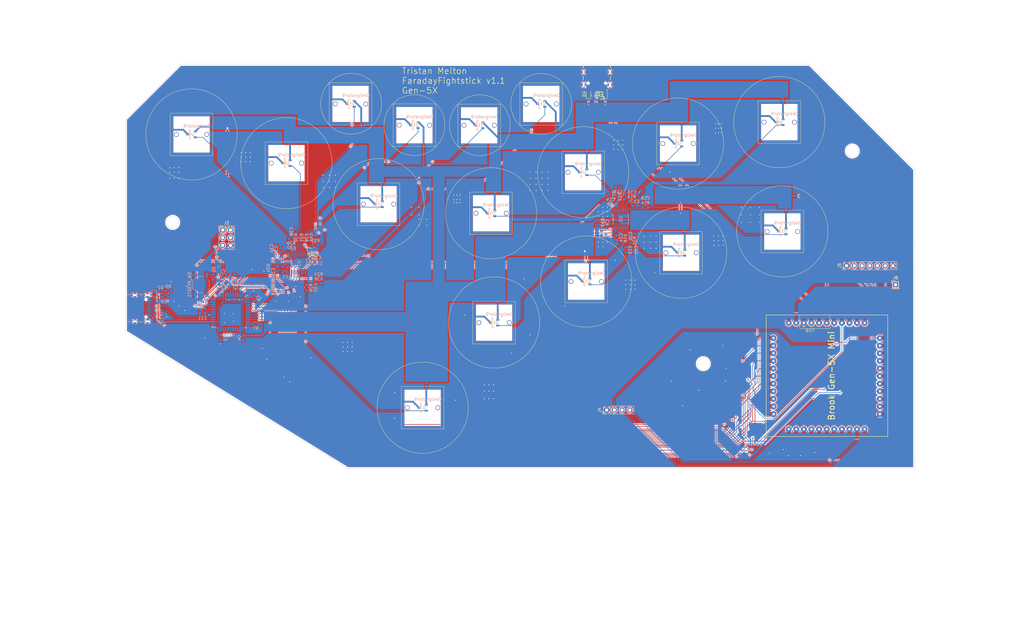
<source format=kicad_pcb>
(kicad_pcb (version 20240108) (generator "pcbnew") (generator_version "8.0")
  (layers (0 "F.Cu" signal) (31 "B.Cu" signal) (34 "B.Paste" user) (35 "F.Paste" user) (36 "B.SilkS" user "B.Silkscreen") (37 "F.SilkS" user "F.Silkscreen") (38 "B.Mask" user) (39 "F.Mask" user) (44 "Edge.Cuts" user))
  (net 0 "")
  (net 1 "Net-(U20-XTAL1)")
  (net 2 "GND")
  (net 3 "Net-(U20-XTAL2)")
  (net 4 "VCC")
  (net 5 "Net-(D2-K)")
  (net 6 "Net-(U20-UCAP)")
  (net 7 "/D+")
  (net 8 "/D-")
  (net 10 "Net-(J1-CC1)")
  (net 12 "Net-(J1-CC2)")
  (net 13 "Net-(U20-D+)")
  (net 14 "Net-(U20-D-)")
  (net 15 "Net-(U20-~{HWB}{slash}PE2)")
  (net 16 "HPA")
  (net 17 "SCLK")
  (net 18 "HKA")
  (net 19 "MKA")
  (net 20 "LKA")
  (net 21 "MOSI")
  (net 22 "SHKA")
  (net 23 "NOT_CS1")
  (net 24 "MISO")
  (net 25 "MPA")
  (net 26 "SHPA")
  (net 27 "LPA")
  (net 28 "UA")
  (net 29 "HOMEA")
  (net 30 "SELECTA")
  (net 31 "TURBOA")
  (net 32 "DA")
  (net 33 "LA")
  (net 34 "NOT_CS2")
  (net 35 "STARTA")
  (net 36 "RA")
  (net 37 "/TURBO")
  (net 39 "/SELECT")
  (net 40 "/HK")
  (net 41 "/D")
  (net 42 "/SHK")
  (net 44 "/MK")
  (net 46 "/MP")
  (net 47 "/L")
  (net 48 "/HP")
  (net 50 "/SHP")
  (net 51 "/LK")
  (net 52 "/R")
  (net 53 "/START")
  (net 54 "/LP")
  (net 55 "/HOME")
  (net 56 "/U")
  (net 58 "/RST")
  (net 59 "Net-(U3-VD)")
  (net 60 "Net-(U1-IN0)")
  (net 61 "Net-(U1-IN1)")
  (net 62 "Net-(U1-IN2)")
  (net 63 "Net-(U1-IN3)")
  (net 64 "Net-(U1-IN4)")
  (net 65 "Net-(U1-VD)")
  (net 66 "Net-(U1-IN7)")
  (net 67 "Net-(U1-IN6)")
  (net 68 "Net-(U1-IN5)")
  (net 69 "Net-(U3-IN7)")
  (net 70 "Net-(U3-IN6)")
  (net 71 "Net-(U3-IN5)")
  (net 72 "Net-(U3-IN0)")
  (net 73 "Net-(U3-IN1)")
  (net 74 "Net-(U3-IN2)")
  (net 75 "Net-(U3-IN3)")
  (net 76 "Net-(U3-IN4)")
  (net 77 "Net-(D3-A)")
  (net 78 "Net-(D5-A)")
  (net 79 "/D+_Brooks")
  (net 80 "Net-(J3-CC1)")
  (net 81 "/D-_Brooks")
  (net 82 "Net-(J3-CC2)")
  (net 87 "/VCC_3.3V")
  (net 91 "Net-(J5-Pin_3)")
  (net 92 "Net-(J5-Pin_4)")
  (net 94 "Net-(J5-Pin_5)")
  (net 96 "Net-(J5-Pin_2)")
  (net 104 "Net-(J6-Pin_1)")
  (net 106 "/OLED_SDA")
  (net 107 "/OLED_SCL")
  (footprint "key-switches:Gateron Jade Pro Magnetic" (layer "F.Cu") (at 141.2 102)
    (property "Reference" "U22")
    (property "Value" "~")
  )
  (footprint "Connector_PinHeader_2.54mm:PinHeader_2x03_P2.54mm_Vertical" (layer "F.Cu") (at 51.96 71.5)
    (property "Reference" "J2")
    (property "Value" "Conn_01x06_Pin")
  )
  (footprint "key-switches:Gateron Jade Pro Magnetic" (layer "F.Cu") (at 201.7 43.050002)
    (property "Reference" "U31")
    (property "Value" "~")
  )
  (footprint "key-switches:Gateron Jade Pro Magnetic" (layer "F.Cu") (at 117.7 130)
    (property "Reference" "U32")
    (property "Value" "~")
  )
  (footprint "key-switches:Gateron Jade Pro Magnetic" (layer "F.Cu") (at 115 37)
    (property "Reference" "U25")
    (property "Value" "~")
  )
  (footprint "Diode_SMD:D_0603_1608Metric" (layer "F.Cu") (at 172.25 26.75 90)
    (property "Reference" "D4")
    (property "Value" "D")
  )
  (footprint "key-switches:Gateron Jade Pro Magnetic" (layer "F.Cu") (at 41.7 40.050002)
    (property "Reference" "U2")
    (property "Value" "~")
  )
  (footprint "key-switches:Gateron Jade Pro Magnetic" (layer "F.Cu") (at 156.7 30)
    (property "Reference" "U33")
    (property "Value" "~")
  )
  (footprint "key-switches:Gateron Jade Pro Magnetic" (layer "F.Cu") (at 202.7 79)
    (property "Reference" "U30")
    (property "Value" "~")
  )
  (footprint "USB4105_GF_A:GCT_USB4105-GF-A" (layer "F.Cu") (at 175 19.5 180)
    (property "Reference" "J3")
    (property "Value" "USB4105-GF-A")
  )
  (footprint "Resistor_SMD:R_0603_1608Metric" (layer "F.Cu") (at 173.75 27.075 -90)
    (property "Reference" "R15")
    (property "Value" "5.1k")
  )
  (footprint "key-switches:Gateron Jade Pro Magnetic" (layer "F.Cu") (at 140.2 66)
    (property "Reference" "U23")
    (property "Value" "~")
  )
  (footprint "key-switches:Gateron Jade Pro Magnetic" (layer "F.Cu") (at 72.9 49.500003)
    (property "Reference" "U24")
    (property "Value" "~")
  )
  (footprint "BrooksBoards:BrooksGen-5X Mini" (layer "F.Cu") (at 250.675 119.475 90)
    (property "Reference" "U37" (hide yes))
    (property "Value" "~")
  )
  (footprint "Diode_SMD:D_0603_1608Metric" (layer "F.Cu") (at 177.75 26.75 90)
    (property "Reference" "D3")
    (property "Value" "D")
  )
  (footprint "key-switches:Gateron Jade Pro Magnetic" (layer "F.Cu") (at 235 36.000003)
    (property "Reference" "U35")
    (property "Value" "~")
  )
  (footprint "key-switches:Gateron Jade Pro Magnetic" (layer "F.Cu") (at 171.5 88.450001)
    (property "Reference" "U26")
    (property "Value" "~")
  )
  (footprint "key-switches:Gateron Jade Pro Magnetic" (layer "F.Cu") (at 103.2 63)
    (property "Reference" "U28")
    (property "Value" "~")
  )
  (footprint "Connector_PinHeader_2.54mm:PinHeader_1x01_P2.54mm_Vertical" (layer "F.Cu") (at 273.25 89.5)
    (property "Reference" "J6")
    (property "Value" "Conn_01x01_Pin")
  )
  (footprint "Connector_PinHeader_2.54mm:PinHeader_1x04_P2.54mm_Vertical" (layer "F.Cu") (at 178.2 130.75 90)
    (property "Reference" "J4")
    (property "Value" "Conn_01x04_Pin")
  )
  (footprint "key-switches:Gateron Jade Pro Magnetic" (layer "F.Cu") (at 170.5 52.500003)
    (property "Reference" "U27")
    (property "Value" "~")
  )
  (footprint "key-switches:Gateron Jade Pro Magnetic" (layer "F.Cu") (at 136.3 37.050002)
    (property "Reference" "U29")
    (property "Value" "~")
  )
  (footprint "key-switches:Gateron Jade Pro Magnetic" (layer "F.Cu") (at 94 30)
    (property "Reference" "U21")
    (property "Value" "~")
  )
  (footprint "Connector_PinHeader_2.54mm:PinHeader_1x07_P2.54mm_Vertical" (layer "F.Cu") (at 257.125 83.25 90)
    (property "Reference" "J5")
    (property "Value" "Conn_01x07_Pin")
  )
  (footprint "Capacitor_SMD:C_0603_1608Metric" (layer "F.Cu") (at 81.5 79.5 180)
    (property "Reference" "C40")
    (property "Value" "1n")
  )
  (footprint "key-switches:Gateron Jade Pro Magnetic" (layer "F.Cu") (at 236 72)
    (property "Reference" "U34")
    (property "Value" "~")
  )
  (footprint "Resistor_SMD:R_0603_1608Metric" (layer "F.Cu") (at 176.25 27 90)
    (property "Reference" "R1")
    (property "Value" "5.1k")
  )
  (footprint "Resistor_SMD:R_0603_1608Metric" (layer "F.Cu") (at 81.175 78 180)
    (property "Reference" "R32")
    (property "Value" "22")
  )
  (footprint "Capacitor_SMD:C_0603_1608Metric" (layer "B.Cu") (at 83.5 89 180)
    (property "Reference" "C30")
    (property "Value" "1n")
  )
  (footprint "Package_QFP:TQFP-44_10x10mm_P0.8mm" (layer "B.Cu") (at 54.5 98.5)
    (property "Reference" "U20")
    (property "Value" "ATmega32U4-A")
  )
  (footprint "Resistor_SMD:R_0603_1608Metric" (layer "B.Cu") (at 184 60.5 -90)
    (property "Reference" "R12")
    (property "Value" "22")
  )
  (footprint "Capacitor_SMD:C_0603_1608Metric" (layer "B.Cu") (at 181.5 74 90)
    (property "Reference" "C24")
    (property "Value" "1n")
  )
  (footprint "HallEffect:DBZ0003A_N" (layer "B.Cu") (at 156.7 30 180)
    (property "Reference" "U15")
    (property "Value" "DRV5053VAQDBZR")
  )
  (footprint "Capacitor_SMD:C_0603_1608Metric" (layer "B.Cu") (at 82.5 74 -90)
    (property "Reference" "C41")
    (property "Value" "1n")
  )
  (footprint "HallEffect:DBZ0003A_N" (layer "B.Cu") (at 170.5 52.5 180)
    (property "Reference" "U4")
    (property "Value" "DRV5053VAQDBZR")
  )
  (footprint "HallEffect:DBZ0003A_N" (layer "B.Cu") (at 136.3 37.05 180)
    (property "Reference" "U18")
    (property "Value" "DRV5053VAQDBZR")
  )
  (footprint "Capacitor_SMD:C_0603_1608Metric" (layer "B.Cu") (at 50.8 90.225 90)
    (property "Reference" "C7")
    (property "Value" "4.7u")
  )
  (footprint "HallEffect:DBZ0003A_N" (layer "B.Cu") (at 141.2 102 180)
    (property "Reference" "U12")
    (property "Value" "DRV5053VAQDBZR")
  )
  (footprint "Resistor_SMD:R_0603_1608Metric" (layer "B.Cu") (at 79.5 74 -90)
    (property "Reference" "R31")
    (property "Value" "22")
  )
  (footprint "Resistor_SMD:R_0603_1608Metric" (layer "B.Cu") (at 179.325 61.5)
    (property "Reference" "R8")
    (property "Value" "22")
  )
  (footprint "Capacitor_SMD:C_0603_1608Metric" (layer "B.Cu") (at 187.5 63.5 180)
    (property "Reference" "C17")
    (property "Value" "1n")
  )
  (footprint "Capacitor_SMD:C_0603_1608Metric" (layer "B.Cu") (at 179.5 60)
    (property "Reference" "C14")
    (property "Value" "1n")
  )
  (footprint "HallEffect:DBZ0003A_N" (layer "B.Cu") (at 235 36 180)
    (property "Reference" "U6")
    (property "Value" "DRV5053VAQDBZR")
  )
  (footprint "Resistor_SMD:R_0603_1608Metric" (layer "B.Cu") (at 82 80.5 180)
    (property "Reference" "R25")
    (property "Value" "22")
  )
  (footprint "Capacitor_SMD:C_0603_1608Metric" (layer "B.Cu") (at 52.512132 86.656497 -135)
    (property "Reference" "C10")
    (property "Value" "22p")
  )
  (footprint "Resistor_SMD:R_0603_1608Metric" (layer "B.Cu") (at 183 74.175 90)
    (property "Reference" "R18")
    (property "Value" "22")
  )
  (footprint "" (layer "B.Cu") (at 31.86 91.54 -90)
    (property "Reference" "")
    (property "Value" "")
  )
  (footprint "ADCs:MTC16" (layer "B.Cu") (at 77 82.5 -90)
    (property "Reference" "U3")
    (property "Value" "ADC108S022CIMTX/NOPB")
  )
  (footprint "Resistor_SMD:R_0603_1608Metric" (layer "B.Cu") (at 74.5 74.5)
    (property "Reference" "R29")
    (property "Value" "22")
  )
  (footprint "Resistor_SMD:R_0603_1608Metric" (layer "B.Cu") (at 191 64 180)
    (property "Reference" "R14")
    (property "Value" "22")
  )
  (footprint "Resistor_SMD:R_0603_1608Metric" (layer "B.Cu") (at 30.54 98.04 180)
    (property "Reference" "R3")
    (property "Value" "22")
  )
  (footprint "Resistor_SMD:R_0603_1608Metric" (layer "B.Cu") (at 186 75 90)
    (property "Reference" "R20")
    (property "Value" "22")
  )
  (footprint "Resistor_SMD:R_0603_1608Metric" (layer "B.Cu") (at 30.675 99.5 180)
    (property "Reference" "R9")
    (property "Value" "5.1k")
  )
  (footprint "Button_Switch_SMD:SW_SPST_TL3342" (layer "B.Cu") (at 44.8 89.5 -90)
    (property "Reference" "SW_RESET1")
    (property "Value" "SW_Push")
  )
  (footprint "Resistor_SMD:R_0603_1608Metric" (layer "B.Cu") (at 184.5 78 90)
    (property "Reference" "R19")
    (property "Value" "22")
  )
  (footprint "Diode_SMD:D_0603_1608Metric" (layer "B.Cu") (at 29.5 92.75 -90)
    (property "Reference" "D6")
    (property "Value" "D")
  )
  (footprint "USB4105_GF_A:GCT_USB4105-GF-A" (layer "B.Cu") (at 23.04 97.24 90)
    (property "Reference" "J1")
    (property "Value" "USB4105-GF-A")
  )
  (footprint "Capacitor_SMD:C_0603_1608Metric" (layer "B.Cu") (at 51.3 107 -90)
    (property "Reference" "C3")
    (property "Value" "0.1u")
  )
  (footprint "Capacitor_SMD:C_0603_1608Metric" (layer "B.Cu") (at 177 69 90)
    (property "Reference" "C9")
    (property "Value" "0.1u")
  )
  (footprint "Capacitor_SMD:C_0603_1608Metric" (layer "B.Cu") (at 56.512132 86.656497 -45)
    (property "Reference" "C8")
    (property "Value" "22p")
  )
  (footprint "Resistor_SMD:R_0603_1608Metric" (layer "B.Cu") (at 182 60 -90)
    (property "Reference" "R11")
    (property "Value" "22")
  )
  (footprint "Capacitor_SMD:C_0603_1608Metric" (layer "B.Cu") (at 45.3 99)
    (property "Reference" "C11")
    (property "Value" "1u")
  )
  (footprint "Capacitor_SMD:C_0603_1608Metric" (layer "B.Cu") (at 186.5 78 90)
    (property "Reference" "C25")
    (property "Value" "1n")
  )
  (footprint "Capacitor_SMD:C_0603_1608Metric" (layer "B.Cu") (at 81 74 -90)
    (property "Reference" "C39")
    (property "Value" "1n")
  )
  (footprint "Capacitor_SMD:C_0603_1608Metric" (layer "B.Cu") (at 58.8 107 -90)
    (property "Reference" "C4")
    (property "Value" "0.1u")
  )
  (footprint "Capacitor_SMD:C_0603_1608Metric" (layer "B.Cu") (at 69.5 77.5 -90)
    (property "Reference" "C34")
    (property "Value" "1u")
  )
  (footprint "Capacitor_SMD:C_0603_1608Metric" (layer "B.Cu") (at 186.5 60.5 180)
    (property "Reference" "C16")
    (property "Value" "1n")
  )
  (footprint "HallEffect:DBZ0003A_N" (layer "B.Cu") (at 140.2 66 180)
    (property "Reference" "U11")
    (property "Value" "DRV5053VAQDBZR")
  )
  (footprint "HallEffect:DBZ0003A_N" (layer "B.Cu") (at 103.2 63 180)
    (property "Reference" "U10")
    (property "Value" "DRV5053VAQDBZR")
  )
  (footprint "Capacitor_SMD:C_0603_1608Metric" (layer "B.Cu") (at 70 84.275 -90)
    (property "Reference" "C2")
    (property "Value" "1u")
  )
  (footprint "Resistor_SMD:R_0603_1608Metric" (layer "B.Cu") (at 62.8 102.5)
    (property "Reference" "R7")
    (property "Value" "10k")
  )
  (footprint "HallEffect:DBZ0003A_N" (layer "B.Cu") (at 236 71.95 180)
    (property "Reference" "U14")
    (property "Value" "DRV5053VAQDBZR")
  )
  (footprint "Crystal:Crystal_SMD_SeikoEpson_FA238-4Pin_3.2x2.5mm" (layer "B.Cu") (at 54.512132 88.656497 45)
    (property "Reference" "Y2")
    (property "Value" "Crystal_GND24")
  )
  (footprint "Resistor_SMD:R_0603_1608Metric" (layer "B.Cu") (at 79.5 90.5 90)
    (property "Reference" "R26")
    (property "Value" "22")
  )
  (footprint "HallEffect:DBZ0003A_N" (layer "B.Cu") (at 202.7 79 180)
    (property "Reference" "U19")
    (property "Value" "DRV5053VAQDBZR")
  )
  (footprint "Diode_SMD:D_0603_1608Metric" (layer "B.Cu") (at 30.75 101.25 180)
    (property "Reference" "D5")
    (property "Value" "D")
  )
  (footprint "Capacitor_SMD:C_0603_1608Metric" (layer "B.Cu") (at 81 90.5 90)
    (property "Reference" "C32")
    (property "Value" "1n")
  )
  (footprint "HallEffect:DBZ0003A_N" (layer "B.Cu") (at 94 30 180)
    (property "Reference" "U16")
    (property "Value" "DRV5053VAQDBZR")
  )
  (footprint "Capacitor_SMD:C_0603_1608Metric" (layer "B.Cu") (at 178 72 90)
    (property "Reference" "C20")
    (property "Value" "1u")
  )
  (footprint "ADCs:MTC16" (layer "B.Cu") (at 182.8448 67.974999 -90)
    (property "Reference" "U1")
    (property "Value" "ADC108S022CIMTX/NOPB")
  )
  (footprint "Resistor_SMD:R_0603_1608Metric" (layer "B.Cu") (at 186.5 62 180)
    (property "Reference" "R13")
    (property "Value" "22")
  )
  (footprint "HallEffect:DBZ0003A_N" (layer "B.Cu") (at 171.5 88.45 180)
    (property "Reference" "U13")
    (property "Value" "DRV5053VAQDBZR")
  )
  (footprint "LED_SMD:LED_0201_0603Metric" (layer "B.Cu") (at 31.54 91.54 180)
    (property "Reference" "D2")
    (property "Value" "LED_RED")
  )
  (footprint "Capacitor_SMD:C_0603_1608Metric" (layer "B.Cu") (at 182 57.5)
    (property "Reference" "C15")
    (property "Value" "1n")
  )
  (footprint "Resistor_SMD:R_0603_1608Metric" (layer "B.Cu") (at 72.5 83.5)
    (property "Reference" "R34")
    (property "Value" "51")
  )
  (footprint "HallEffect:DBZ0003A_N" (layer "B.Cu") (at 117.7 130 180)
    (property "Reference" "U7")
    (property "Value" "DRV5053VAQDBZR")
  )
  (footprint "Capacitor_SMD:C_0603_1608Metric" (layer "B.Cu") (at 83 82 180)
    (property "Reference" "C31")
    (property "Value" "1n")
  )
  (footprint "Resistor_SMD:R_0603_1608Metric" (layer "B.Cu") (at 34.04 91.54 180)
    (property "Reference" "R5")
    (property "Value" "1k")
  )
  (footprint "HallEffect:DBZ0003A_N" (layer "B.Cu") (at 115 37 180)
    (property "Reference" "U17")
    (property "Value" "DRV5053VAQDBZR")
  )
  (footprint "Capacitor_SMD:C_0603_1608Metric" (layer "B.Cu") (at 72.5 85.5)
    (property "Reference" "C1")
    (property "Value" "0.1u")
  )
  (footprint "Resistor_SMD:R_0603_1608Metric" (layer "B.Cu") (at 178.5 69 -90)
    (property "Reference" "R27")
    (property "Value" "51")
  )
  (footprint "Capacitor_SMD:C_0603_1608Metric" (layer "B.Cu") (at 191 62.5 180)
    (property "Reference" "C18")
    (property "Value" "1n")
  )
  (footprint "Capacitor_SMD:C_0603_1608Metric" (layer "B.Cu") (at 176.5 72.5 90)
    (property "Reference" "C19")
    (property "Value" "0.1u")
  )
  (footprint "Resistor_SMD:R_0603_1608Metric" (layer "B.Cu") (at 30.54 96.54)
    (property "Reference" "R2")
    (property "Value" "22")
  )
  (footprint "HallEffect:DBZ0003A_N" (layer "B.Cu") (at 41.7 40.05 180)
    (property "Reference" "U9")
    (property "Value" "DRV5053VAQDBZR")
  )
  (footprint "Capacitor_SMD:C_0603_1608Metric" (layer "B.Cu") (at 62.3 94 90)
    (property "Reference" "C6")
    (property "Value" "0.1u")
  )
  (footprint "Capacitor_SMD:C_0603_1608Metric" (layer "B.Cu") (at 74.5 76)
    (property "Reference" "C37")
    (property "Value" "1n")
  )
  (footprint "HallEffect:DBZ0003A_N" (layer "B.Cu") (at 72.9 49.5 180)
    (property "Reference" "U8")
    (property "Value" "DRV5053VAQDBZR")
  )
  (footprint "Capacitor_SMD:C_0603_1608Metric" (layer "B.Cu") (at 76 72 -90)
    (property "Reference" "C38")
    (property "Value" "1n")
  )
  (footprint "Resistor_SMD:R_0603_1608Metric" (layer "B.Cu") (at 77.5 74 -90)
    (property "Reference" "R30")
    (property "Value" "22")
  )
  (footprint "Resistor_SMD:R_0603_1608Metric" (layer "B.Cu") (at 33.04 93.54)
    (property "Reference" "R10")
    (property "Value" "5.1k")
  )
  (footprint "Capacitor_SMD:C_0603_1608Metric" (layer "B.Cu") (at 175.5 69 90)
    (property "Reference" "C12")
    (property "Value" "1u")
  )
  (footprint "Resistor_SMD:R_0603_1608Metric" (layer "B.Cu") (at 48.8 87 90)
    (property "Reference" "R6")
    (property "Value" "10k")
  )
  (footprint "Resistor_SMD:R_0603_1608Metric" (layer "B.Cu") (at 83.5 87.5 180)
    (property "Reference" "R24")
    (property "Value" "22")
  )
  (footprint "Resistor_SMD:R_0603_1608Metric" (layer "B.Cu") (at 82.5 76.5 180)
    (property "Reference" "R33")
    (property "Value" "22")
  )
  (footprint "Capacitor_SMD:C_0603_1608Metric" (layer "B.Cu") (at 187.5 73.5 -90)
    (property "Reference" "C26")
    (property "Value" "1n")
  )
  (footprint "HallEffect:DBZ0003A_N" (layer "B.Cu") (at 201.7 43.05 180)
    (property "Reference" "U5")
    (property "Value" "DRV5053VAQDBZR")
  )
  (footprint "Capacitor_SMD:C_0603_1608Metric" (layer "B.Cu") (at 45.3 97.5 180)
    (property "Reference" "C5")
    (property "Value" "0.1u")
  )
  (footprint "" (layer "B.Cu") (at 53.168629 88.868629)
    (property "Reference" "")
    (property "Value" "")
  )
  (footprint "Capacitor_SMD:C_0603_1608Metric" (layer "B.Cu") (at 71 78.275 -90)
    (property "Reference" "C33")
    (property "Value" "0.1u")
  )
  (gr_circle (center 156.7 30) (end 166.7 30) (stroke (width 0.1)) (fill none) (layer "F.SilkS"))
  (gr_circle (center 117.7 130) (end 132.7 130) (stroke (width 0.1)) (fill none) (layer "F.SilkS"))
  (gr_circle (center 201.7 43.050002) (end 216.7 43.050002) (stroke (width 0.1)) (fill none) (layer "F.SilkS"))
  (gr_circle (center 41.7 40.050002) (end 56.7 40.050002) (stroke (width 0.1)) (fill none) (layer "F.SilkS"))
  (gr_circle (center 115 37) (end 125 37) (stroke (width 0.1)) (fill none) (layer "F.SilkS"))
  (gr_circle (center 103.2 63) (end 118.2 63) (stroke (width 0.1)) (fill none) (layer "F.SilkS"))
  (gr_circle (center 202.7 79) (end 217.7 79) (stroke (width 0.1)) (fill none) (layer "F.SilkS"))
  (gr_circle (center 141.2 101.949998) (end 156.2 101.949998) (stroke (width 0.1)) (fill none) (layer "F.SilkS"))
  (gr_circle (center 171.5 88.450001) (end 186.5 88.450001) (stroke (width 0.1)) (fill none) (layer "F.SilkS"))
  (gr_circle (center 170.5 52.500003) (end 185.5 52.500003) (stroke (width 0.1)) (fill none) (layer "F.SilkS"))
  (gr_circle (center 235 36.000003) (end 250 36.000003) (stroke (width 0.1)) (fill none) (layer "F.SilkS"))
  (gr_circle (center 136.5 37) (end 146.5 37) (stroke (width 0.1)) (fill none) (layer "F.SilkS"))
  (gr_circle (center 94.2 29.949998) (end 104.2 29.949998) (stroke (width 0.1)) (fill none) (layer "F.SilkS"))
  (gr_circle (center 72.9 49.500003) (end 87.9 49.500003) (stroke (width 0.1)) (fill none) (layer "F.SilkS"))
  (gr_circle (center 140.2 66) (end 155.2 66) (stroke (width 0.1)) (fill none) (layer "F.SilkS"))
  (gr_circle (center 236 71.950001) (end 251 71.950001) (stroke (width 0.1)) (fill none) (layer "F.SilkS"))
  (gr_circle (center 35.5 69) (end 37.5 69) (stroke (width 0.1)) (fill none) (layer "Edge.Cuts"))
  (gr_line (start 20 35) (end 38 17) (stroke (width 0.1)) (layer "Edge.Cuts"))
  (gr_line (start 279.5 51.5) (end 279.514 150) (stroke (width 0.1)) (layer "Edge.Cuts"))
  (gr_line (start 245 17) (end 279.5 51.5) (stroke (width 0.1)) (layer "Edge.Cuts"))
  (gr_line (start 20 105) (end 20 35) (stroke (width 0.1)) (layer "Edge.Cuts"))
  (gr_circle (center 259 45.5) (end 261 45.5) (stroke (width 0.1)) (fill none) (layer "Edge.Cuts"))
  (gr_line (start 279.514 150) (end 93 150) (stroke (width 0.1)) (layer "Edge.Cuts"))
  (gr_circle (center 210 115.5) (end 212 115.5) (stroke (width 0.1)) (fill none) (layer "Edge.Cuts"))
  (gr_line (start 20 105) (end 93 150) (stroke (width 0.1)) (layer "Edge.Cuts"))
  (gr_line (start 38 17) (end 245 17) (stroke (width 0.1)) (layer "Edge.Cuts"))
  (gr_text "Tristan Melton\nFaradayFightstick v1.1\nGen-5X" (at 110.75 26.75 0) (layer "F.SilkS") (effects (font (size 2 2) (thickness 0.2)) (justify left bottom)))
  (segment (start 57.06014 87.23986) (end 55.855635 88.444365) (width 0.2) (layer "B.Cu") (net 1))
  (segment (start 55.855635 90.494365) (end 54.5 91.85) (width 0.2) (layer "B.Cu") (net 1))
  (segment (start 55.855635 88.444365) (end 55.855635 90.494365) (width 0.2) (layer "B.Cu") (net 1))
  (segment (start 54.5 91.85) (end 54.5 92.8) (width 0.2) (layer "B.Cu") (net 1))
  (segment (start 57.06014 87.204505) (end 57.06014 87.23986) (width 0.2) (layer "B.Cu") (net 1))
  (via (at 184.5 91) (size 0.6) (drill 0.3) (layers "F.Cu" "B.Cu") (net 2))
  (via (at 246.75 144.75) (size 0.6) (drill 0.3) (layers "F.Cu" "B.Cu") (net 2))
  (via (at 186 91) (size 0.6) (drill 0.3) (layers "F.Cu" "B.Cu") (net 2))
  (via (at 87 53.5) (size 0.6) (drill 0.3) (layers "F.Cu" "B.Cu") (net 2))
  (via (at 153 52.5) (size 0.6) (drill 0.3) (layers "F.Cu" "B.Cu") (net 2))
  (via (at 57.5 94.5) (size 0.6) (drill 0.3) (layers "F.Cu" "B.Cu") (net 2))
  (via (at 129 60) (size 0.6) (drill 0.3) (layers "F.Cu" "B.Cu") (net 2))
  (via (at 180.5 45) (size 0.6) (drill 0.3) (layers "F.Cu" "B.Cu") (net 2))
  (via (at 216.5 73.5) (size 0.6) (drill 0.3) (layers "F.Cu" "B.Cu") (net 2))
  (via (at 175.5 67) (size 0.6) (drill 0.3) (layers "F.Cu" "B.Cu") (net 2))
  (via (at 128 61.5) (size 0.6) (drill 0.3) (layers "F.Cu" "B.Cu") (net 2))
  (via (at 216 39.5) (size 0.6) (drill 0.3) (layers "F.Cu" "B.Cu") (net 2))
  (via (at 128 62.5) (size 0.6) (drill 0.3) (layers "F.Cu" "B.Cu") (net 2))
  (via (at 215 39.5) (size 0.6) (drill 0.3) (layers "F.Cu" "B.Cu") (net 2))
  (via (at 199.5 121.25) (size 0.6) (drill 0.3) (layers "F.Cu" "B.Cu") (net 2))
  (via (at 164.5 96.5) (size 0.6) (drill 0.3) (layers "F.Cu" "B.Cu") (net 2))
  (via (at 50.5 83.5) (size 0.6) (drill 0.3) (layers "F.Cu" "B.Cu") (net 2))
  (via (at 187.5 91) (size 0.6) (drill 0.3) (layers "F.Cu" "B.Cu") (net 2))
  (via (at 87 57.5) (size 0.6) (drill 0.3) (layers "F.Cu" "B.Cu") (net 2))
  (via (at 186 88) (size 0.6) (drill 0.3) (layers "F.Cu" "B.Cu") (net 2))
  (via (at 216 36.5) (size 0.6) (drill 0.3) (layers "F.Cu" "B.Cu") (net 2))
  (via (at 59.5 46) (size 0.6) (drill 0.3) (layers "F.Cu" "B.Cu") (net 2))
  (via (at 192.5 73.5) (size 0.6) (drill 0.3) (layers "F.Cu" "B.Cu") (net 2))
  (via (at 114 64) (size 0.6) (drill 0.3) (layers "F.Cu" "B.Cu") (net 2))
  (via (at 216.5 75) (size 0.6) (drill 0.3) (layers "F.Cu" "B.Cu") (net 2))
  (via (at 190.5 77.5) (size 0.6) (drill 0.3) (layers "F.Cu" "B.Cu") (net 2))
  (via (at 217.5 117) (size 0.6) (drill 0.3) (layers "F.Cu" "B.Cu") (net 2))
  (via (at 182 43.5) (size 0.6) (drill 0.3) (layers "F.Cu" "B.Cu") (net 2))
  (via (at 153 106) (size 0.6) (drill 0.3) (layers "F.Cu" "B.Cu") (net 2))
  (via (at 157 52.5) (size 0.6) (drill 0.3) (layers "F.Cu" "B.Cu") (net 2))
  (via (at 216 38) (size 0.6) (drill 0.3) (layers "F.Cu" "B.Cu") (net 2))
  (via (at 93 110) (size 0.6) (drill 0.3) (layers "F.Cu" "B.Cu") (net 2))
  (via (at 141 124.5) (size 0.6) (drill 0.3) (layers "F.Cu" "B.Cu") (net 2))
  (via (at 55.5 101.5) (size 0.6) (drill 0.3) (layers "F.Cu" "B.Cu") (net 2))
  (via (at 155 52.5) (size 0.6) (drill 0.3) (layers "F.Cu" "B.Cu") (net 2))
  (via (at 57.5 107) (size 0.6) (drill 0.3) (layers "F.Cu" "B.Cu") (net 2))
  (via (at 89 55.5) (size 0.6) (drill 0.3) (layers "F.Cu" "B.Cu") (net 2))
  (via (at 217.25 121.25) (size 0.6) (drill 0.3) (layers "F.Cu" "B.Cu") (net 2))
  (via (at 159 52.5) (size 0.6) (drill 0.3) (layers "F.Cu" "B.Cu") (net 2))
  (via (at 131.5 99.5) (size 0.6) (drill 0.3) (layers "F.Cu" "B.Cu") (net 2))
  (via (at 130 62.5) (size 0.6) (drill 0.3) (layers "F.Cu" "B.Cu") (net 2))
  (via (at 194 85.5) (size 0.6) (drill 0.3) (layers "F.Cu" "B.Cu") (net 2))
  (via (at 187.5 89.5) (size 0.6) (drill 0.3) (layers "F.Cu" "B.Cu") (net 2))
  (via (at 139.5 127) (size 0.6) (drill 0.3) (layers "F.Cu" "B.Cu") (net 2))
  (via (at 58 47.5) (size 0.6) (drill 0.3) (layers "F.Cu" "B.Cu") (net 2))
  (via (at 175.5 75.5) (size 0.6) (drill 0.3) (layers "F.Cu" "B.Cu") (net 2))
  (via (at 85 55.5) (size 0.6) (drill 0.3) (layers "F.Cu" "B.Cu") (net 2))
  (via (at 60 93) (size 0.6) (drill 0.3) (layers "F.Cu" "B.Cu") (net 2))
  (via (at 214 38) (size 0.6) (drill 0.3) (layers "F.Cu" "B.Cu") (net 2))
  (via (at 199 52.5) (size 0.6) (drill 0.3) (layers "F.Cu" "B.Cu") (net 2))
  (via (at 89 53.5) (size 0.6) (drill 0.3) (layers "F.Cu" "B.Cu") (net 2))
  (via (at 228.5 66.5) (size 0.6) (drill 0.3) (layers "F.Cu" "B.Cu") (net 2))
  (via (at 186 89.5) (size 0.6) (drill 0.3) (layers "F.Cu" "B.Cu") (net 2))
  (via (at 37.5 96.5) (size 0.6) (drill 0.3) (layers "F.Cu" "B.Cu") (net 2))
  (via (at 178.5 64) (size 0.6) (drill 0.3) (layers "F.Cu" "B.Cu") (net 2))
  (via (at 231.75 145) (size 0.6) (drill 0.3) (layers "F.Cu" "B.Cu") (net 2))
  (via (at 159 54.5) (size 0.6) (drill 0.3) (layers "F.Cu" "B.Cu") (net 2))
  (via (at 180.5 42) (size 0.6) (drill 0.3) (layers "F.Cu" "B.Cu") (net 2))
  (via (at 119 70) (size 0.6) (drill 0.3) (layers "F.Cu" "B.Cu") (net 2))
  (via (at 55.5 99) (size 0.6) (drill 0.3) (layers "F.Cu" "B.Cu") (net 2))
  (via (at 238 145.75) (size 0.6) (drill 0.3) (layers "F.Cu" "B.Cu") (net 2))
  (via (at 46 107) (size 0.6) (drill 0.3) (layers "F.Cu" "B.Cu") (net 2))
  (via (at 130 61.5) (size 0.6) (drill 0.3) (layers "F.Cu" "B.Cu") (net 2))
  (via (at 52.5 99) (size 0.6) (drill 0.3) (layers "F.Cu" "B.Cu") (net 2))
  (via (at 225.5 69) (size 0.6) (drill 0.3) (layers "F.Cu" "B.Cu") (net 2))
  (via (at 155 58.5) (size 0.6) (drill 0.3) (layers "F.Cu" "B.Cu") (net 2))
  (via (at 141 127) (size 0.6) (drill 0.3) (layers "F.Cu" "B.Cu") (net 2))
  (via (at 213.5 76.5) (size 0.6) (drill 0.3) (layers "F.Cu" "B.Cu") (net 2))
  (via (at 34.5 52.5) (size 0.6) (drill 0.3) (layers "F.Cu" "B.Cu") (net 2))
  (via (at 36 52.5) (size 0.6) (drill 0.3) (layers "F.Cu" "B.Cu") (net 2))
  (via (at 157 58.5) (size 0.6) (drill 0.3) (layers "F.Cu" "B.Cu") (net 2))
  (via (at 177 67) (size 0.6) (drill 0.3) (layers "F.Cu" "B.Cu") (net 2))
  (via (at 213.5 75) (size 0.6) (drill 0.3) (layers "F.Cu" "B.Cu") (net 2))
  (via (at 190.5 73.5) (size 0.6) (drill 0.3) (layers "F.Cu" "B.Cu") (net 2))
  (via (at 116.5 68) (size 0.6) (drill 0.3) (layers "F.Cu" "B.Cu") (net 2))
  (via (at 216.5 76.5) (size 0.6) (drill 0.3) (layers "F.Cu" "B.Cu") (net 2))
  (via (at 214 36.5) (size 0.6) (drill 0.3) (layers "F.Cu" "B.Cu") (net 2))
  (via (at 187.5 88) (size 0.6) (drill 0.3) (layers "F.Cu" "B.Cu") (net 2))
  (via (at 36 95) (size 0.6) (drill 0.3) (layers "F.Cu" "B.Cu") (net 2))
  (via (at 213.5 73.5) (size 0.6) (drill 0.3) (layers "F.Cu" "B.Cu") (net 2))
  (via (at 128 60) (size 0.6) (drill 0.3) (layers "F.Cu" "B.Cu") (net 2))
  (via (at 33.5 100) (size 0.6) (drill 0.3) (layers "F.Cu" "B.Cu") (net 2))
  (via (at 157 54.5) (size 0.6) (drill 0.3) (layers "F.Cu" "B.Cu") (net 2))
  (via (at 89 57.5) (size 0.6) (drill 0.3) (layers "F.Cu" "B.Cu") (net 2))
  (via (at 138 122.5) (size 0.6) (drill 0.3) (layers "F.Cu" "B.Cu") (net 2))
  (via (at 175.5 65.5) (size 0.6) (drill 0.3) (layers "F.Cu" "B.Cu") (net 2))
  (via (at 177 64) (size 0.6) (drill 0.3) (layers "F.Cu" "B.Cu") (net 2))
  (via (at 35 88.5) (size 0.6) (drill 0.3) (layers "F.Cu" "B.Cu") (net 2))
  (via (at 116.5 66.5) (size 0.6) (drill 0.3) (layers "F.Cu" "B.Cu") (net 2))
  (via (at 59.5 49) (size 0.6) (drill 0.3) (layers "F.Cu" "B.Cu") (net 2))
  (via (at 61 47.5) (size 0.6) (drill 0.3) (layers "F.Cu" "B.Cu") (net 2))
  (via (at 36 54.5) (size 0.6) (drill 0.3) (layers "F.Cu" "B.Cu") (net 2))
  (via (at 194.5 73.5) (size 0.6) (drill 0.3) (layers "F.Cu" "B.Cu") (net 2))
  (via (at 87 55.5) (size 0.6) (drill 0.3) (layers "F.Cu" "B.Cu") (net 2))
  (via (at 93 111.5) (size 0.6) (drill 0.3) (layers "F.Cu" "B.Cu") (net 2))
  (via (at 76 90) (size 0.6) (drill 0.3) (layers "F.Cu" "B.Cu") (net 2))
  (via (at 37.5 51) (size 0.6) (drill 0.3) (layers "F.Cu" "B.Cu") (net 2))
  (via (at 94.5 108.5) (size 0.6) (drill 0.3) (layers "F.Cu" "B.Cu") (net 2))
  (via (at 139.5 122.5) (size 0.6) (drill 0.3) (layers "F.Cu" "B.Cu") (net 2))
  (via (at 91.5 111.5) (size 0.6) (drill 0.3) (layers "F.Cu" "B.Cu") (net 2))
  (via (at 116.5 70) (size 0.6) (drill 0.3) (layers "F.Cu" "B.Cu") (net 2))
  (via (at 191.5 60.5) (size 0.6) (drill 0.3) (layers "F.Cu" "B.Cu") (net 2))
  (via (at 184.5 89.5) (size 0.6) (drill 0.3) (layers "F.Cu" "B.Cu") (net 2))
  (via (at 216.5 109.5) (size 0.6) (drill 0.3) (layers "F.Cu" "B.Cu") (net 2))
  (via (at 119 68) (size 0.6) (drill 0.3) (layers "F.Cu" "B.Cu") (net 2))
  (via (at 153 54.5) (size 0.6) (drill 0.3) (layers "F.Cu" "B.Cu") (net 2))
  (via (at 208.5 124.25) (size 0.6) (drill 0.3) (layers "F.Cu" "B.Cu") (net 2))
  (via (at 64.5 94) (size 0.6) (drill 0.3) (layers "F.Cu" "B.Cu") (net 2))
  (via (at 51 109) (size 0.6) (drill 0.3) (layers "F.Cu" "B.Cu") (net 2))
  (via (at 178.5 65.5) (size 0.6) (drill 0.3) (layers "F.Cu" "B.Cu") (net 2))
  (via (at 194.5 75.5) (size 0.6) (drill 0.3) (layers "F.Cu" "B.Cu") (net 2))
  (via (at 159 56.5) (size 0.6) (drill 0.3) (layers "F.Cu" "B.Cu") (net 2))
  (via (at 114 66.5) (size 0.6) (drill 0.3) (layers "F.Cu" "B.Cu") (net 2))
  (via (at 77.5 93.5) (size 0.6) (drill 0.3) (layers "F.Cu" "B.Cu") (net 2))
  (via (at 62 91.5) (size 0.6) (drill 0.3) (layers "F.Cu" "B.Cu") (net 2))
  (via (at 72 120) (size 0.6) (drill 0.3) (layers "F.Cu" "B.Cu") (net 2))
  (via (at 65 110.5) (size 0.6) (drill 0.3) (layers "F.Cu" "B.Cu") (net 2))
  (via (at 129 62.5) (size 0.6) (drill 0.3) (layers "F.Cu" "B.Cu") (net 2))
  (via (at 74 121.5) (size 0.6) (drill 0.3) (layers "F.Cu" "B.Cu") (net 2))
  (via (at 155 56.5) (size 0.6) (drill 0.3) (layers "F.Cu" "B.Cu") (net 2))
  (via (at 236.25 143.75) (size 0.6) (drill 0.3) (layers "F.Cu" "B.Cu") (net 2))
  (via (at 182 45) (size 0.6) (drill 0.3) (layers "F.Cu" "B.Cu") (net 2))
  (via (at 52.5 102) (size 0.6) (drill 0.3) (layers "F.Cu" "B.Cu") (net 2))
  (via (at 139.5 124.5) (size 0.6) (drill 0.3) (layers "F.Cu" "B.Cu") (net 2))
  (via (at 130 60) (size 0.6) (drill 0.3) (layers "F.Cu" "B.Cu") (net 2))
  (via (at 34.5 51) (size 0.6) (drill 0.3) (layers "F.Cu" "B.Cu") (net 2))
  (via (at 66.5 114) (size 0.6) (drill 0.3) (layers "F.Cu" "B.Cu") (net 2))
  (via (at 73.5 95) (size 0.6) (drill 0.3) (layers "F.Cu" "B.Cu") (net 2))
  (via (at 190.5 75.5) (size 0.6) (drill 0.3) (layers "F.Cu" "B.Cu") (net 2))
  (via (at 33.5 95) (size 0.6) (drill 0.3) (layers "F.Cu" "B.Cu") (net 2))
  (via (at 215 76.5) (size 0.6) (drill 0.3) (layers "F.Cu" "B.Cu") (net 2))
  (via (at 205.75 111) (size 0.6) (drill 0.3) (layers "F.Cu" "B.Cu") (net 2))
  (via (at 54 94.5) (size 0.6) (drill 0.3) (layers "F.Cu" "B.Cu") (net 2))
  (via (at 58 46) (size 0.6) (drill 0.3) (layers "F.Cu" "B.Cu") (net 2))
  (via (at 215 38) (size 0.6) (drill 0.3) (layers "F.Cu" "B.Cu") (net 2))
  (via (at 177 77) (size 0.6) (drill 0.3) (layers "F.Cu" "B.Cu") (net 2))
  (via (at 37.5 52.5) (size 0.6) (drill 0.3) (layers "F.Cu" "B.Cu") (net 2))
  (via (at 138 127) (size 0.6) (drill 0.3) (layers "F.Cu" "B.Cu") (net 2))
  (via (at 37.5 54.5) (size 0.6) (drill 0.3) (layers "F.Cu" "B.Cu") (net 2))
  (via (at 91.5 110) (size 0.6) (drill 0.3) (layers "F.Cu" "B.Cu") (net 2))
  (via (at 203.25 129.25) (size 0.6) (drill 0.3) (layers "F.Cu" "B.Cu") (net 2))
  (via (at 40 90) (size 0.6) (drill 0.3) (layers "F.Cu" "B.Cu") (net 2))
  (via (at 180.5 43.5) (size 0.6) (drill 0.3) (layers "F.Cu" "B.Cu") (net 2))
  (via (at 85 53.5) (size 0.6) (drill 0.3) (layers "F.Cu" "B.Cu") (net 2))
  (via (at 215 75) (size 0.6) (drill 0.3) (layers "F.Cu" "B.Cu") (net 2))
  (via (at 177 65.5) (size 0.6) (drill 0.3) (layers "F.Cu" "B.Cu") (net 2))
  (via (at 108.5 125) (size 0.6) (drill 0.3) (layers "F.Cu" "B.Cu") (net 2))
  (via (at 47.5 99.5) (size 0.6) (drill 0.3) (layers "F.Cu" "B.Cu") (net 2))
  (via (at 153 56.5) (size 0.6) (drill 0.3) (layers "F.Cu" "B.Cu") (net 2))
  (via (at 129 61.5) (size 0.6) (drill 0.3) (layers "F.Cu" "B.Cu") (net 2))
  (via (at 58 49) (size 0.6) (drill 0.3) (layers "F.Cu" "B.Cu") (net 2))
  (via (at 228.5 69) (size 0.6) (drill 0.3) (layers "F.Cu" "B.Cu") (net 2))
  (via (at 93 108.5) (size 0.6) (drill 0.3) (layers "F.Cu" "B.Cu") (net 2))
  (via (at 91.5 108.5) (size 0.6) (drill 0.3) (layers "F.Cu" "B.Cu") (net 2))
  (via (at 225.5 66.5) (size 0.6) (drill 0.3) (layers "F.Cu" "B.Cu") (net 2))
  (via (at 147 112) (size 0.6) (drill 0.3) (layers "F.Cu" "B.Cu") (net 2))
  (via (at 94.5 111.5) (size 0.6) (drill 0.3) (layers "F.Cu" "B.Cu") (net 2))
  (via (at 184.5 88) (size 0.6) (drill 0.3) (layers "F.Cu" "B.Cu") (net 2))
  (via (at 59.5 47.5) (size 0.6) (drill 0.3) (layers "F.Cu" "B.Cu") (net 2))
  (via (at 108.5 133.5) (size 0.6) (drill 0.3) (layers "F.Cu" "B.Cu") (net 2))
  (via (at 222.5 69) (size 0.6) (drill 0.3) (layers "F.Cu" "B.Cu") (net 2))
  (via (at 157 56.5) (size 0.6) (drill 0.3) (layers "F.Cu" "B.Cu") (net 2))
  (via (at 183.5 42) (size 0.6) (drill 0.3) (layers "F.Cu" "B.Cu") (net 2))
  (via (at 138 124.5) (size 0.6) (drill 0.3) (layers "F.Cu" "B.Cu") (net 2))
  (via (at 181 81.5) (size 0.6) (drill 0.3) (layers "F.Cu" "B.Cu") (net 2))
  (via (at 36 51) (size 0.6) (drill 0.3) (layers "F.Cu" "B.Cu") (net 2))
  (via (at 34.5 54.5) (size 0.6) (drill 0.3) (layers "F.Cu" "B.Cu") (net 2))
  (via (at 39.5 98) (size 0.6) (drill 0.3) (layers "F.Cu" "B.Cu") (net 2))
  (via (at 194.5 77.5) (size 0.6) (drill 0.3) (layers "F.Cu" "B.Cu") (net 2))
  (via (at 222.5 66.5) (size 0.6) (drill 0.3) (layers "F.Cu" "B.Cu") (net 2))
  (via (at 81 113.5) (size 0.6) (drill 0.3) (layers "F.Cu" "B.Cu") (net 2))
  (via (at 155 54.5) (size 0.6) (drill 0.3) (layers "F.Cu" "B.Cu") (net 2))
  (via (at 151 87.5) (size 0.6) (drill 0.3) (layers "F.Cu" "B.Cu") (net 2))
  (via (at 85 57.5) (size 0.6) (drill 0.3) (layers "F.Cu" "B.Cu") (net 2))
  (via (at 175.5 77) (size 0.6) (drill 0.3) (layers "F.Cu" "B.Cu") (net 2))
  (via (at 61.5 84.5) (size 0.6) (drill 0.3) (layers "F.Cu" "B.Cu") (net 2))
  (via (at 192.5 75.5) (size 0.6) (drill 0.3) (layers "F.Cu" "B.Cu") (net 2))
  (via (at 94.5 110) (size 0.6) (drill 0.3) (layers "F.Cu" "B.Cu") (net 2))
  (via (at 65.5 85) (size 0.6) (drill 0.3) (layers "F.Cu" "B.Cu") (net 2))
  (via (at 159 58.5) (size 0.6) (drill 0.3) (layers "F.Cu" "B.Cu") (net 2))
  (via (at 61 46) (size 0.6) (drill 0.3) (layers "F.Cu" "B.Cu") (net 2))
  (via (at 183.5 43.5) (size 0.6) (drill 0.3) (layers "F.Cu" "B.Cu") (net 2))
  (via (at 222.5 64) (size 0.6) (drill 0.3) (layers "F.Cu" "B.Cu") (net 2))
  (via (at 189 59) (size 0.6) (drill 0.3) (layers "F.Cu" "B.Cu") (net 2))
  (via (at 141 122.5) (size 0.6) (drill 0.3) (layers "F.Cu" "B.Cu") (net 2))
  (via (at 128.5 127.5) (size 0.6) (drill 0.3) (layers "F.Cu" "B.Cu") (net 2))
  (via (at 215 73.5) (size 0.6) (drill 0.3) (layers "F.Cu" "B.Cu") (net 2))
  (via (at 225.5 64) (size 0.6) (drill 0.3) (layers "F.Cu" "B.Cu") (net 2))
  (via (at 153 58.5) (size 0.6) (drill 0.3) (layers "F.Cu" "B.Cu") (net 2))
  (via (at 182 42) (size 0.6) (drill 0.3) (layers "F.Cu" "B.Cu") (net 2))
  (via (at 192.5 77.5) (size 0.6) (drill 0.3) (layers "F.Cu" "B.Cu") (net 2))
  (via (at 116.5 64) (size 0.6) (drill 0.3) (layers "F.Cu" "B.Cu") (net 2))
  (via (at 177 75.5) (size 0.6) (drill 0.3) (layers "F.Cu" "B.Cu") (net 2))
  (via (at 61 49) (size 0.6) (drill 0.3) (layers "F.Cu" "B.Cu") (net 2))
  (via (at 214 39.5) (size 0.6) (drill 0.3) (layers "F.Cu" "B.Cu") (net 2))
  (via (at 215 36.5) (size 0.6) (drill 0.3) (layers "F.Cu" "B.Cu") (net 2))
  (via (at 69.5 95) (size 0.6) (drill 0.3) (layers "F.Cu" "B.Cu") (net 2))
  (via (at 228.5 64) (size 0.6) (drill 0.3) (layers "F.Cu" "B.Cu") (net 2))
  (via (at 178.5 67) (size 0.6) (drill 0.3) (layers "F.Cu" "B.Cu") (net 2))
  (via (at 242 145.75) (size 0.6) (drill 0.3) (layers "F.Cu" "B.Cu") (net 2))
  (via (at 183.5 45) (size 0.6) (drill 0.3) (layers "F.Cu" "B.Cu") (net 2))
  (via (at 178.5 75.5) (size 0.6) (drill 0.3) (layers "F.Cu" "B.Cu") (net 2))
  (segment (start 27.795 93.495) (end 27.22 92.92) (width 0.2) (layer "B.Cu") (net 2))
  (segment (start 231.799997 34) (end 228 34) (width 0.6) (layer "B.Cu") (net 2))
  (segment (start 200.5 43.050002) (end 198.449998 41) (width 0.6) (layer "B.Cu") (net 2))
  (segment (start 135.1 37.050002) (end 133.049998 35) (width 0.6) (layer "B.Cu") (net 2))
  (segment (start 232.849999 70) (end 229 70) (width 0.6) (layer "B.Cu") (net 2))
  (segment (start 92.8 30) (end 91.3 28.5) (width 0.6) (layer "B.Cu") (net 2))
  (segment (start 27.795 100.985) (end 27.22 101.56) (width 0.2) (layer "B.Cu") (net 2))
  (segment (start 163 50.5) (end 162 50.5) (width 0.6) (layer "B.Cu") (net 2))
  (segment (start 140 102) (end 138 100) (width 0.6) (layer "B.Cu") (net 2))
  (segment (start 100 61) (end 96.5 61) (width 0.6) (layer "B.Cu") (net 2))
  (segment (start 234.8 71.950001) (end 232.849999 70) (width 0.6) (layer "B.Cu") (net 2))
  (segment (start 27.795 100.44) (end 27.795 100.985) (width 0.2) (layer "B.Cu") (net 2))
  (segment (start 168.349999 86.5) (end 164.5 86.5) (width 0.6) (layer "B.Cu") (net 2))
  (segment (start 201.5 79) (end 199.5 77) (width 0.6) (layer "B.Cu") (net 2))
  (segment (start 114.5 128) (end 111 128) (width 0.6) (layer "B.Cu") (net 2))
  (segment (start 133.049998 35) (end 128.5 35) (width 0.6) (layer "B.Cu") (net 2))
  (segment (start 170.3 88.450001) (end 168.349999 86.5) (width 0.6) (layer "B.Cu") (net 2))
  (segment (start 91.3 28.5) (end 87 28.5) (width 0.6) (layer "B.Cu") (net 2))
  (segment (start 139 66) (end 137 64) (width 0.6) (layer "B.Cu") (net 2))
  (segment (start 169.3 52.500003) (end 167.299997 50.5) (width 0.6) (layer "B.Cu") (net 2))
  (segment (start 113.8 37) (end 111.8 35) (width 0.6) (layer "B.Cu") (net 2))
  (segment (start 155.5 30) (end 153.5 28) (width 0.6) (layer "B.Cu") (net 2))
  (segment (start 71.7 49.500003) (end 69.699997 47.5) (width 0.6) (layer "B.Cu") (net 2))
  (segment (start 137 64) (end 133.5 64) (width 0.6) (layer "B.Cu") (net 2))
  (segment (start 233.8 36.000003) (end 231.799997 34) (width 0.6) (layer "B.Cu") (net 2))
  (segment (start 138 100) (end 134 100) (width 0.6) (layer "B.Cu") (net 2))
  (segment (start 40.5 40.050002) (end 38.949998 38.5) (width 0.6) (layer "B.Cu") (net 2))
  (segment (start 153.5 28) (end 150 28) (width 0.6) (layer "B.Cu") (net 2))
  (segment (start 116.5 130) (end 114.5 128) (width 0.6) (layer "B.Cu") (net 2))
  (segment (start 69.699997 47.5) (end 66 47.5) (width 0.6) (layer "B.Cu") (net 2))
  (segment (start 167.299997 50.5) (end 163 50.5) (width 0.6) (layer "B.Cu") (net 2))
  (segment (start 54.3 90) (end 54.3 87.737258) (width 0.2) (layer "B.Cu") (net 2))
  (segment (start 27.795 94.04) (end 27.795 93.495) (width 0.2) (layer "B.Cu") (net 2))
  (segment (start 38.949998 38.5) (end 35 38.5) (width 0.6) (layer "B.Cu") (net 2))
  (segment (start 54.3 87.737258) (end 54.724264 87.312994) (width 0.2) (layer "B.Cu") (net 2))
  (segment (start 102 63) (end 100 61) (width 0.6) (layer "B.Cu") (net 2))
  (segment (start 198.449998 41) (end 194 41) (width 0.6) (layer "B.Cu") (net 2))
  (segment (start 199.5 77) (end 195.5 77) (width 0.6) (layer "B.Cu") (net 2))
  (segment (start 111.8 35) (end 108.5 35) (width 0.6) (layer "B.Cu") (net 2))
  (segment (start 53.168629 88.868629) (end 53.168629 91.643629) (width 0.2) (layer "B.Cu") (net 3))
  (segment (start 51.964124 87.204505) (end 53.168629 88.40901) (width 0.2) (layer "B.Cu") (net 3))
  (segment (start 53.168629 88.40901) (end 53.168629 88.868629) (width 0.2) (layer "B.Cu") (net 3))
  (segment (start 53.168629 91.643629) (end 53.7 92.175) (width 0.2) (layer "B.Cu") (net 3))
  (segment (start 53.7 92.175) (end 53.7 92.8) (width 0.2) (layer "B.Cu") (net 3))
  (segment (start 55 65) (end 54.5 65.5) (width 0.6) (layer "F.Cu") (net 4))
  (segment (start 244.25 60.5) (end 244 60.25) (width 0.6) (layer "F.Cu") (net 4))
  (segment (start 244 60.25) (end 241.25 60.25) (width 0.6) (layer "F.Cu") (net 4))
  (segment (start 202.5 66) (end 202.5 62.5) (width 0.6) (layer "F.Cu") (net 4))
  (segment (start 70 80) (end 55 65) (width 0.6) (layer "F.Cu") (net 4))
  (segment (start 171.5 79) (end 171 78.5) (width 0.6) (layer "F.Cu") (net 4))
  (segment (start 250.575 66.825) (end 244.25 60.5) (width 0.6) (layer "F.Cu") (net 4))
  (segment (start 53.5 63.5) (end 53.5 38) (width 0.6) (layer "F.Cu") (net 4))
  (segment (start 177.75 27.5375) (end 177.75 30.25) (width 0.2) (layer "F.Cu") (net 4))
  (segment (start 30.75 100.75) (end 32.75 102.75) (width 0.6) (layer "F.Cu") (net 4))
  (segment (start 171.5 81.5) (end 171.5 79) (width 0.6) (layer "F.Cu") (net 4))
  (segment (start 250.575 102.075) (end 250.575 66.825) (width 0.6) (layer "F.Cu") (net 4))
  (segment (start 54.5 65.5) (end 54.5 71.5) (width 0.6) (layer "F.Cu") (net 4))
  (segment (start 172.25 27.5375) (end 172.25 30.25) (width 0.2) (layer "F.Cu") (net 4))
  (segment (start 30.75 92.75) (end 30.75 100.75) (width 0.6) (layer "F.Cu") (net 4))
  (segment (start 55 65) (end 53.5 63.5) (width 0.6) (layer "F.Cu") (net 4))
  (via (at 171 78.5) (size 1) (drill 0.6) (layers "F.Cu" "B.Cu") (net 4))
  (via (at 177.75 30.25) (size 0.6) (drill 0.3) (layers "F.Cu" "B.Cu") (net 4))
  (via (at 171.5 81.5) (size 1) (drill 0.6) (layers "F.Cu" "B.Cu") (net 4))
  (via (at 202.5 66) (size 0.6) (drill 0.3) (layers "F.Cu" "B.Cu") (net 4))
  (via (at 202.5 62.5) (size 0.6) (drill 0.3) (layers "F.Cu" "B.Cu") (net 4))
  (via (at 53.5 38) (size 1) (drill 0.6) (layers "F.Cu" "B.Cu") (net 4))
  (via (at 32.75 102.75) (size 0.6) (drill 0.3) (layers "F.Cu" "B.Cu") (net 4))
  (via (at 241.25 60.25) (size 0.6) (drill 0.3) (layers "F.Cu" "B.Cu") (net 4))
  (via (at 30.75 92.75) (size 0.6) (drill 0.3) (layers "F.Cu" "B.Cu") (net 4))
  (via (at 172.25 30.25) (size 0.6) (drill 0.3) (layers "F.Cu" "B.Cu") (net 4))
  (via (at 70 80) (size 1) (drill 0.6) (layers "F.Cu" "B.Cu") (net 4))
  (segment (start 50.5 97) (end 50.5 101.5) (width 0.2) (layer "B.Cu") (net 4))
  (segment (start 33.5 101.75) (end 33.5 101.7) (width 0.6) (layer "B.Cu") (net 4))
  (segment (start 72 81.309599) (end 74.559602 81.309599) (width 0.2) (layer "B.Cu") (net 4))
  (segment (start 172.7 87.5) (end 172.7 82.7) (width 0.6) (layer "B.Cu") (net 4))
  (segment (start 174.825 68.175) (end 178.5 68.175) (width 0.6) (layer "B.Cu") (net 4))
  (segment (start 29.5 91.9625) (end 29.9625 91.5) (width 0.6) (layer "B.Cu") (net 4))
  (segment (start 203.9 78.049999) (end 203.9 71.4) (width 0.6) (layer "B.Cu") (net 4))
  (segment (start 237.2 64.2) (end 237 64) (width 0.6) (layer "B.Cu") (net 4))
  (segment (start 58.5 95.3) (end 58.5 104.2) (width 0.2) (layer "B.Cu") (net 4))
  (segment (start 58.8 104.5) (end 58.5 104.2) (width 0.2) (layer "B.Cu") (net 4))
  (segment (start 161.5 32.649999) (end 161.5 40.5) (width 0.6) (layer "B.Cu") (net 4))
  (segment (start 29.9625 91.5) (end 31.09 91.5) (width 0.6) (layer "B.Cu") (net 4))
  (segment (start 52.175 95.3) (end 58.5 95.3) (width 0.2) (layer "B.Cu") (net 4))
  (segment (start 74.1 48.550002) (end 74.1 42.1) (width 0.6) (layer "B.Cu") (net 4))
  (segment (start 70 80) (end 70 78.775) (width 0.2) (layer "B.Cu") (net 4))
  (segment (start 52.1 91.825) (end 52.1 92.8) (width 0.2) (layer "B.Cu") (net 4))
  (segment (start 237.2 71) (end 237.2 64.2) (width 0.6) (layer "B.Cu") (net 4))
  (segment (start 31.5375 101.25) (end 31.9875 101.7) (width 0.6) (layer "B.Cu") (net 4))
  (segment (start 141.4 58.4) (end 141 58) (width 0.6) (layer "B.Cu") (net 4))
  (segment (start 178.5 68.175) (end 182.5 68.175) (width 0.6) (layer "B.Cu") (net 4))
  (segment (start 50.8 91) (end 51.275 91) (width 0.2) (layer "B.Cu") (net 4))
  (segment (start 116.400001 36.049999) (end 118 37.649998) (width 0.6) (layer "B.Cu") (net 4))
  (segment (start 172.7 82.7) (end 171.5 81.5) (width 0.6) (layer "B.Cu") (net 4))
  (segment (start 32.75 102.5) (end 33.5 101.75) (width 0.6) (layer "B.Cu") (net 4))
  (segment (start 52.1 95.225) (end 52.1 92.8) (width 0.2) (layer "B.Cu") (net 4))
  (segment (start 70 80) (end 71.309599 81.309599) (width 0.2) (layer "B.Cu") (net 4))
  (segment (start 74.559602 81.309599) (end 75.374999 80.494202) (width 0.2) (layer "B.Cu") (net 4))
  (segment (start 33.5 101.7) (end 48.8 101.7) (width 0.6) (layer "B.Cu") (net 4))
  (segment (start 58.5 95.3) (end 60.2 95.3) (width 0.2) (layer "B.Cu") (net 4))
  (segment (start 181.219799 68.175) (end 181.219799 65.130199) (width 0.2) (layer "B.Cu") (net 4))
  (segment (start 50.4125 96.9125) (end 50.5 97) (width 0.2) (layer "B.Cu") (net 4))
  (segment (start 46.075 97.5) (end 46.275 97.7) (width 0.2) (layer "B.Cu") (net 4))
  (segment (start 48.8 89) (end 48.8 87.825) (width 0.2) (layer "B.Cu") (net 4))
  (segment (start 51.275 91) (end 52.1 91.825) (width 0.2) (layer "B.Cu") (net 4))
  (segment (start 50.4125 96.9125) (end 52.1 95.225) (width 0.2) (layer "B.Cu") (net 4))
  (segment (start 236.2 28.2) (end 235.5 27.5) (width 0.6) (layer "B.Cu") (net 4))
  (segment (start 70.05 80) (end 71 79.05) (width 0.2) (layer "B.Cu") (net 4))
  (segment (start 74 42) (end 74.1 42.1) (width 0.6) (layer "B.Cu") (net 4))
  (segment (start 202.9 42.100001) (end 202.9 35.9) (width 0.6) (layer "B.Cu") (net 4))
  (segment (start 64.775 106.225) (end 66.5 104.5) (width 0.6) (layer "B.Cu") (net 4))
  (segment (start 50.8 91) (end 48.8 89) (width 0.2) (layer "B.Cu") (net 4))
  (segment (start 50.5 101.5) (end 50.5 104.2) (width 0.2) (layer "B.Cu") (net 4))
  (segment (start 42.9 39.100001) (end 44.500001 37.5) (width 0.6) (layer "B.Cu") (net 4))
  (segment (start 50.5 101.5) (end 50.3 101.7) (width 0.2) (layer "B.Cu") (net 4))
  (segment (start 49.625 97.7) (end 50.4125 96.9125) (width 0.2) (layer "B.Cu") (net 4))
  (segment (start 182.5 68.175) (end 186.825 68.175) (width 0.6) (layer "B.Cu") (net 4))
  (segment (start 71.675 81.634599) (end 72 81.309599) (width 0.2) (layer "B.Cu") (net 4))
  (segment (start 157.9 29.049999) (end 161.5 32.649999) (width 0.6) (layer "B.Cu") (net 4))
  (segment (start 71.675 83.5) (end 71.675 81.634599) (width 0.2) (layer "B.Cu") (net 4))
  (segment (start 171.7 51.550002) (end 171.7 44.7) (width 0.6) (layer "B.Cu") (net 4))
  (segment (start 142.4 94.9) (end 142 94.5) (width 0.6) (layer "B.Cu") (net 4))
  (segment (start 58.8 106.225) (end 58.8 104.5) (width 0.2) (layer "B.Cu") (net 4))
  (segment (start 75.374999 80.494202) (end 75.374999 79.6552) (width 0.2) (layer "B.Cu") (net 4))
  (segment (start 29.5 91.9625) (end 29.9625 91.9625) (width 0.6) (layer "B.Cu") (net 4))
  (segment (start 118.9 121.6) (end 120 120.5) (width 0.6) (layer "B.Cu") (net 4))
  (segment (start 141.4 65.049999) (end 141.4 58.4) (width 0.6) (layer "B.Cu") (net 4))
  (segment (start 203.9 71.4) (end 202.5 70) (width 0.6) (layer "B.Cu") (net 4))
  (segment (start 137.5 36.100001) (end 142.399999 41) (width 0.6) (layer "B.Cu") (net 4))
  (segment (start 142.4 101.049999) (end 142.4 94.9) (width 0.6) (layer "B.Cu") (net 4))
  (segment (start 48.8 97.7) (end 49.625 97.7) (width 0.2) (layer "B.Cu") (net 4))
  (segment (start 95.2 29.049999) (end 97.5 31.349999) (width 0.6) (layer "B.Cu") (net 4))
  (segment (start 118 37.649998) (end 118 51.5) (width 0.6) (layer "B.Cu") (net 4))
  (segment (start 236.2 35.050002) (end 236.2 28.2) (width 0.6) (layer "B.Cu") (net 4))
  (segment (start 50.5 105.425) (end 50.5 104.2) (width 0.2) (layer "B.Cu") (net 4))
  (segment (start 31.09 91.5) (end 31.13 91.54) (width 0.6) (layer "B.Cu") (net 4))
  (segment (start 104.4 62.049999) (end 104.4 56.9) (width 0.6) (layer "B.Cu") (net 4))
  (segment (start 97.5 31.349999) (end 97.5 38) (width 0.6) (layer "B.Cu") (net 4))
  (segment (start 44.500001 37.5) (end 48.5 37.5) (width 0.6) (layer "B.Cu") (net 4))
  (segment (start 46.275 97.7) (end 48.8 97.7) (width 0.2) (layer "B.Cu") (net 4))
  (segment (start 61.775 95.3) (end 60.2 95.3) (width 0.2) (layer "B.Cu") (net 4))
  (segment (start 50.3 101.7) (end 48.8 101.7) (width 0.2) (layer "B.Cu") (net 4))
  (segment (start 58.8 106.225) (end 64.775 106.225) (width 0.6) (layer "B.Cu") (net 4))
  (segment (start 71.309599 81.309599) (end 72 81.309599) (width 0.2) (layer "B.Cu") (net 4))
  (segment (start 173.5 69.5) (end 174.825 68.175) (width 0.6) (layer "B.Cu") (net 4))
  (segment (start 31.9875 101.7) (end 33.5 101.7) (width 0.6) (layer "B.Cu") (net 4))
  (segment (start 32.75 102.75) (end 32.75 102.5) (width 0.6) (layer "B.Cu") (net 4))
  (segment (start 171.7 44.7) (end 171 44) (width 0.6) (layer "B.Cu") (net 4))
  (segment (start 62.3 94.775) (end 61.775 95.3) (width 0.2) (layer "B.Cu") (net 4))
  (segment (start 29.9625 91.9625) (end 30.75 92.75) (width 0.6) (layer "B.Cu") (net 4))
  (segment (start 51.3 106.225) (end 50.5 105.425) (width 0.2) (layer "B.Cu") (net 4))
  (segment (start 70 78.775) (end 69.5 78.275) (width 0.2) (layer "B.Cu") (net 4))
  (segment (start 104.4 56.9) (end 102.5 55) (width 0.6) (layer "B.Cu") (net 4))
  (segment (start 118.9 129.049999) (end 118.9 121.6) (width 0.6) (layer "B.Cu") (net 4))
  (segment (start 52.1 95.225) (end 52.175 95.3) (width 0.2) (layer "B.Cu") (net 4))
  (segment (start 116.2 36.049999) (end 116.400001 36.049999) (width 0.6) (layer "B.Cu") (net 4))
  (segment (start 202.9 35.9) (end 202.5 35.5) (width 0.6) (layer "B.Cu") (net 4))
  (segment (start 70 80) (end 70.05 80) (width 0.2) (layer "B.Cu") (net 4))
  (segment (start 142.399999 41) (end 144.5 41) (width 0.6) (layer "B.Cu") (net 4))
  (segment (start 241.25 60.25) (end 236.75 60.25) (width 0.6) (layer "B.Cu") (net 4))
  (segment (start 31.86 91.54) (end 33.215 91.54) (width 0.2) (layer "B.Cu") (net 5))
  (segment (start 46.075 99) (end 46.575 98.5) (width 0.2) (layer "B.Cu") (net 6))
  (segment (start 46.575 98.5) (end 48.8 98.5) (width 0.2) (layer "B.Cu") (net 6))
  (segment (start 27.795 97.49) (end 28.765 97.49) (width 0.2) (layer "B.Cu") (net 7))
  (segment (start 27.795 96.49) (end 29.665 96.49) (width 0.2) (layer "B.Cu") (net 7))
  (segment (start 28.765 97.49) (end 29.715 96.54) (width 0.2) (layer "B.Cu") (net 7))
  (segment (start 29.665 96.49) (end 29.715 96.54) (width 0.2) (layer "B.Cu") (net 7))
  (segment (start 27.02 97.14) (end 27.02 97.84) (width 0.2) (layer "B.Cu") (net 8))
  (segment (start 27.02 97.84) (end 27.17 97.99) (width 0.2) (layer "B.Cu") (net 8))
  (segment (start 27.795 96.99) (end 27.17 96.99) (width 0.2) (layer "B.Cu") (net 8))
  (segment (start 29.665 97.99) (end 29.715 98.04) (width 0.2) (layer "B.Cu") (net 8))
  (segment (start 27.17 97.99) (end 27.795 97.99) (width 0.2) (layer "B.Cu") (net 8))
  (segment (start 27.795 97.99) (end 29.665 97.99) (width 0.2) (layer "B.Cu") (net 8))
  (segment (start 27.17 96.99) (end 27.02 97.14) (width 0.2) (layer "B.Cu") (net 8))
  (segment (start 29.5 99.5) (end 29.85 99.5) (width 0.2) (layer "B.Cu") (net 10))
  (segment (start 27.795 98.49) (end 28.49 98.49) (width 0.2) (layer "B.Cu") (net 10))
  (segment (start 28.49 98.49) (end 29.5 99.5) (width 0.2) (layer "B.Cu") (net 10))
  (segment (start 29.168528 95.49) (end 31.118528 93.54) (width 0.2) (layer "B.Cu") (net 12))
  (segment (start 27.795 95.49) (end 29.168528 95.49) (width 0.2) (layer "B.Cu") (net 12))
  (segment (start 31.118528 93.54) (end 32.215 93.54) (width 0.2) (layer "B.Cu") (net 12))
  (segment (start 33.54 96.54) (end 37.1 100.1) (width 0.2) (layer "B.Cu") (net 13))
  (segment (start 31.365 96.54) (end 33.54 96.54) (width 0.2) (layer "B.Cu") (net 13))
  (segment (start 37.1 100.1) (end 48.8 100.1) (width 0.2) (layer "B.Cu") (net 13))
  (segment (start 33.54 98.04) (end 36.4 100.9) (width 0.2) (layer "B.Cu") (net 14))
  (segment (start 36.4 100.9) (end 48.8 100.9) (width 0.2) (layer "B.Cu") (net 14))
  (segment (start 31.365 98.04) (end 33.54 98.04) (width 0.2) (layer "B.Cu") (net 14))
  (segment (start 60.2 102.5) (end 61.975 102.5) (width 0.2) (layer "B.Cu") (net 15))
  (segment (start 187.899998 59) (end 202.9 43.999998) (width 0.2) (layer "B.Cu") (net 16))
  (segment (start 184 59.675) (end 184.675 59) (width 0.2) (layer "B.Cu") (net 16))
  (segment (start 184.675 59) (end 187.899998 59) (width 0.2) (layer "B.Cu") (net 16))
  (segment (start 74.5 87.5) (end 52 87.5) (width 0.2) (layer "F.Cu") (net 17))
  (segment (start 168.462132 71.5) (end 179.5 71.5) (width 0.2) (layer "F.Cu") (net 17))
  (segment (start 75.5 83) (end 156.962132 83) (width 0.2) (layer "F.Cu") (net 17))
  (segment (start 49.5 77) (end 50 77.5) (width 0.2) (layer "F.Cu") (net 17))
  (segment (start 50.5 87) (end 50.5 88) (width 0.2) (layer "F.Cu") (net 17))
  (segment (start 74.5 84) (end 75.5 83) (width 0.2) (layer "F.Cu") (net 17))
  (segment (start 156.962132 83) (end 168.462132 71.5) (width 0.2) (layer "F.Cu") (net 17))
  (segment (start 52 87.5) (end 44 95.5) (width 0.2) (layer "F.Cu") (net 17))
  (segment (start 74.5 87.5) (end 74.5 84) (width 0.2) (layer "F.Cu") (net 17))
  (segment (start 50.5 88) (end 50.967157 88.467157) (width 0.2) (layer "F.Cu") (net 17))
  (segment (start 50 77.5) (end 50 80.5) (width 0.2) (layer "F.Cu") (net 17))
  (via (at 74.5 87.5) (size 0.6) (drill 0.3) (layers "F.Cu" "B.Cu") (net 17))
  (via (at 49.5 77) (size 0.6) (drill 0.3) (layers "F.Cu" "B.Cu") (net 17))
  (via (at 179.5 71.5) (size 0.6) (drill 0.3) (layers "F.Cu" "B.Cu") (net 17))
  (via (at 44 95.5) (size 0.6) (drill 0.3) (layers "F.Cu" "B.Cu") (net 17))
  (via (at 50 80.5) (size 0.6) (drill 0.3) (layers "F.Cu" "B.Cu") (net 17))
  (via (at 50.5 87) (size 0.6) (drill 0.3) (layers "F.Cu" "B.Cu") (net 17))
  (segment (start 180.180201 70.819799) (end 179.5 71.5) (width 0.2) (layer "B.Cu") (net 17))
  (segment (start 52.194856 82.694856) (end 52.194856 85.305144) (width 0.2) (layer "B.Cu") (net 17))
  (segment (start 44 95.5) (end 44.6 96.1) (width 0.2) (layer "B.Cu") (net 17))
  (segment (start 51.96 74.04) (end 49.5 76.5) (width 0.2) (layer "B.Cu") (net 17))
  (segment (start 49.5 76.5) (end 49.5 77) (width 0.2) (layer "B.Cu") (net 17))
  (segment (start 180.569801 70.819799) (end 180.180201 70.819799) (width 0.2) (layer "B.Cu") (net 17))
  (segment (start 44.6 96.1) (end 48.8 96.1) (width 0.2) (layer "B.Cu") (net 17))
  (segment (start 74.725001 86.774999) (end 74.725001 85.3448) (width 0.2) (layer "B.Cu") (net 17))
  (segment (start 74.5 87.5) (end 74.5 87) (width 0.2) (layer "B.Cu") (net 17))
  (segment (start 52.194856 85.305144) (end 50.5 87) (width 0.2) (layer "B.Cu") (net 17))
  (segment (start 74.5 87) (end 74.725001 86.774999) (width 0.2) (layer "B.Cu") (net 17))
  (segment (start 50 80.5) (end 52.194856 82.694856) (width 0.2) (layer "B.Cu") (net 17))
  (segment (start 203.9 79.949998) (end 203.849998 80) (width 0.2) (layer "B.Cu") (net 18))
  (segment (start 187.325 75.825) (end 191.5 80) (width 0.2) (layer "B.Cu") (net 18))
  (segment (start 186 75.825) (end 187.325 75.825) (width 0.2) (layer "B.Cu") (net 18))
  (segment (start 203.849998 80) (end 191.5 80) (width 0.2) (layer "B.Cu") (net 18))
  (segment (start 184.5 78.825) (end 184.5 81.814718) (width 0.2) (layer "B.Cu") (net 19))
  (segment (start 176.814718 89.5) (end 172.800001 89.5) (width 0.2) (layer "B.Cu") (net 19))
  (segment (start 172.800001 89.5) (end 172.7 89.399999) (width 0.2) (layer "B.Cu") (net 19))
  (segment (start 184.5 81.814718) (end 176.814718 89.5) (width 0.2) (layer "B.Cu") (net 19))
  (segment (start 150.5 94) (end 150.5 101) (width 0.2) (layer "B.Cu") (net 20))
  (segment (start 164 80.5) (end 150.5 94) (width 0.2) (layer "B.Cu") (net 20))
  (segment (start 183 75) (end 183 76) (width 0.2) (layer "B.Cu") (net 20))
  (segment (start 178.5 80.5) (end 164 80.5) (width 0.2) (layer "B.Cu") (net 20))
  (segment (start 148.550002 102.949998) (end 142.4 102.949998) (width 0.2) (layer "B.Cu") (net 20))
  (segment (start 150.5 101) (end 148.550002 102.949998) (width 0.2) (layer "B.Cu") (net 20))
  (segment (start 183 76) (end 178.5 80.5) (width 0.2) (layer "B.Cu") (net 20))
  (segment (start 44.9 97.1) (end 41.034314 97.1) (width 0.2) (layer "F.Cu") (net 21))
  (segment (start 56.5 81) (end 56.5 76.04) (width 0.2) (layer "F.Cu") (net 21))
  (segment (start 41.034314 97.1) (end 37.1 93.165686) (width 0.2) (layer "F.Cu") (net 21))
  (segment (start 37.1 93.165686) (end 37.1 86.334314) (width 0.2) (layer "F.Cu") (net 21))
  (segment (start 76.5 84.5) (end 76.5 87.5) (width 0.2) (layer "F.Cu") (net 21))
  (segment (start 56.5 76.04) (end 54.5 74.04) (width 0.2) (layer "F.Cu") (net 21))
  (segment (start 77 84) (end 76.5 84.5) (width 0.2) (layer "F.Cu") (net 21))
  (segment (start 46.5 94.5) (end 46.5 95.5) (width 0.2) (layer "F.Cu") (net 21))
  (segment (start 56 81.5) (end 56.5 81) (width 0.2) (layer "F.Cu") (net 21))
  (segment (start 76.5 87.5) (end 75.5 88.5) (width 0.2) (layer "F.Cu") (net 21))
  (segment (start 75.5 88.5) (end 52.5 88.5) (width 0.2) (layer "F.Cu") (net 21))
  (segment (start 157.5 84) (end 77 84) (width 0.2) (layer "F.Cu") (net 21))
  (segment (start 168 73.5) (end 157.5 84) (width 0.2) (layer "F.Cu") (net 21))
  (segment (start 41.934314 81.5) (end 56 81.5) (width 0.2) (layer "F.Cu") (net 21))
  (segment (start 46.5 95.5) (end 44.9 97.1) (width 0.2) (layer "F.Cu") (net 21))
  (segment (start 37.1 86.334314) (end 41.934314 81.5) (width 0.2) (layer "F.Cu") (net 21))
  (segment (start 52.5 88.5) (end 46.5 94.5) (width 0.2) (layer "F.Cu") (net 21))
  (segment (start 179.5 73.5) (end 168 73.5) (width 0.2) (layer "F.Cu") (net 21))
  (via (at 179.5 73.5) (size 0.6) (drill 0.3) (layers "F.Cu" "B.Cu") (net 21))
  (via (at 76.5 87.5) (size 0.6) (drill 0.3) (layers "F.Cu" "B.Cu") (net 21))
  (via (at 46.5 95.5) (size 0.6) (drill 0.3) (layers "F.Cu" "B.Cu") (net 21))
  (segment (start 76.025001 87.025001) (end 76.025001 85.3448) (width 0.2) (layer "B.Cu") (net 21))
  (segment (start 47.5 95.5) (end 47.7 95.3) (width 0.2) (layer "B.Cu") (net 21))
  (segment (start 47.7 95.3) (end 48.8 95.3) (width 0.2) (layer "B.Cu") (net 21))
  (segment (start 181.869801 71.353199) (end 179.723 73.5) (width 0.2) (layer "B.Cu") (net 21))
  (segment (start 179.723 73.5) (end 179.5 73.5) (width 0.2) (layer "B.Cu") (net 21))
  (segment (start 76.5 87.5) (end 76.025001 87.025001) (width 0.2) (layer "B.Cu") (net 21))
  (segment (start 46.5 95.5) (end 47.5 95.5) (width 0.2) (layer "B.Cu") (net 21))
  (segment (start 181.869801 70.819799) (end 181.869801 71.353199) (width 0.2) (layer "B.Cu") (net 21))
  (segment (start 191.825 64) (end 214.5 64) (width 0.2) (layer "B.Cu") (net 22))
  (segment (start 214.5 64) (end 223.5 73) (width 0.2) (layer "B.Cu") (net 22))
  (segment (start 237.099999 73) (end 237.2 72.899999) (width 0.2) (layer "B.Cu") (net 22))
  (segment (start 223.5 73) (end 237.099999 73) (width 0.2) (layer "B.Cu") (net 22))
  (segment (start 37.5 86.5) (end 37.5 93) (width 0.2) (layer "F.Cu") (net 23))
  (segment (start 157 82) (end 42 82) (width 0.2) (layer "F.Cu") (net 23))
  (segment (start 38 93.5) (end 40 93.5) (width 0.2) (layer "F.Cu") (net 23))
  (segment (start 40 93.5) (end 43 96.5) (width 0.2) (layer "F.Cu") (net 23))
  (segment (start 37.5 93) (end 38 93.5) (width 0.2) (layer "F.Cu") (net 23))
  (segment (start 175.5 63.5) (end 157 82) (width 0.2) (layer "F.Cu") (net 23))
  (segment (start 42 82) (end 37.5 86.5) (width 0.2) (layer "F.Cu") (net 23))
  (segment (start 180 63.5) (end 175.5 63.5) (width 0.2) (layer "F.Cu") (net 23))
  (via (at 180 63.5) (size 0.6) (drill 0.3) (layers "F.Cu" "B.Cu") (net 23))
  (via (at 43 96.5) (size 0.6) (drill 0.3) (layers "F.Cu" "B.Cu") (net 23))
  (segment (start 43 96.5) (end 47.45 96.5) (width 0.2) (layer "B.Cu") (net 23))
  (segment (start 47.45 96.5) (end 47.85 96.9) (width 0.2) (layer "B.Cu") (net 23))
  (segment (start 180.569801 65.130199) (end 180.569801 64.069801) (width 0.2) (layer "B.Cu") (net 23))
  (segment (start 47.85 96.9) (end 48.8 96.9) (width 0.2) (layer "B.Cu") (net 23))
  (segment (start 180.569801 64.069801) (end 180 63.5) (width 0.2) (layer "B.Cu") (net 23))
  (segment (start 43.4 95.9) (end 43.4 83.1) (width 0.2) (layer "F.Cu") (net 24))
  (segment (start 43.6 96.1) (end 43.4 95.9) (width 0.2) (layer "F.Cu") (net 24))
  (segment (start 43.4 83.1) (end 43.5 83) (width 0.2) (layer "F.Cu") (net 24))
  (segment (start 179.5 72.5) (end 168.348528 72.5) (width 0.2) (layer "F.Cu") (net 24))
  (segment (start 44.4 96.1) (end 43.6 96.1) (width 0.2) (layer "F.Cu") (net 24))
  (segment (start 75 88) (end 52 88) (width 0.2) (layer "F.Cu") (net 24))
  (segment (start 46 94.5) (end 44.4 96.1) (width 0.2) (layer "F.Cu") (net 24))
  (segment (start 75.5 84) (end 75.5 87.5) (width 0.2) (layer "F.Cu") (net 24))
  (segment (start 75.5 87.5) (end 75 88) (width 0.2) (layer "F.Cu") (net 24))
  (segment (start 46 94) (end 46 94.5) (width 0.2) (layer "F.Cu") (net 24))
  (segment (start 168.348528 72.5) (end 157.348528 83.5) (width 0.2) (layer "F.Cu") (net 24))
  (segment (start 157.348528 83.5) (end 76 83.5) (width 0.2) (layer "F.Cu") (net 24))
  (segment (start 76 83.5) (end 75.5 84) (width 0.2) (layer "F.Cu") (net 24))
  (segment (start 52 88) (end 46 94) (width 0.2) (layer "F.Cu") (net 24))
  (via (at 179.5 72.5) (size 0.6) (drill 0.3) (layers "F.Cu" "B.Cu") (net 24))
  (via (at 46 94.5) (size 0.6) (drill 0.3) (layers "F.Cu" "B.Cu") (net 24))
  (via (at 75.5 87.5) (size 0.6) (drill 0.3) (layers "F.Cu" "B.Cu") (net 24))
  (via (at 43.5 83) (size 0.6) (drill 0.3) (layers "F.Cu" "B.Cu") (net 24))
  (segment (start 51.96 71.5) (end 48.5 74.96) (width 0.2) (layer "B.Cu") (net 24))
  (segment (start 48.5 78) (end 48.5 77.5) (width 0.2) (layer "B.Cu") (net 24))
  (segment (start 180.073001 72.5) (end 179.5 72.5) (width 0.2) (layer "B.Cu") (net 24))
  (segment (start 43.5 83) (end 48.5 78) (width 0.2) (layer "B.Cu") (net 24))
  (segment (start 181.219802 71.353199) (end 180.073001 72.5) (width 0.2) (layer "B.Cu") (net 24))
  (segment (start 48.5 74.96) (end 48.5 77.5) (width 0.2) (layer "B.Cu") (net 24))
  (segment (start 75.5 87.5) (end 75.375002 87.375002) (width 0.2) (layer "B.Cu") (net 24))
  (segment (start 181.219802 70.819799) (end 181.219802 71.353199) (width 0.2) (layer "B.Cu") (net 24))
  (segment (start 46 94.5) (end 48.8 94.5) (width 0.2) (layer "B.Cu") (net 24))
  (segment (start 75.375002 87.375002) (end 75.375002 85.3448) (width 0.2) (layer "B.Cu") (net 24))
  (segment (start 171.7 53.450001) (end 174.450001 53.450001) (width 0.2) (layer "B.Cu") (net 25))
  (segment (start 180.175 59.175) (end 174.450001 53.450001) (width 0.2) (layer "B.Cu") (net 25))
  (segment (start 182 59.175) (end 180.175 59.175) (width 0.2) (layer "B.Cu") (net 25))
  (segment (start 216 55) (end 234.049999 36.950001) (width 0.2) (layer "B.Cu") (net 26))
  (segment (start 190.5 58.825) (end 190.5 57) (width 0.2) (layer "B.Cu") (net 26))
  (segment (start 192.5 55) (end 216 55) (width 0.2) (layer "B.Cu") (net 26))
  (segment (start 190.5 57) (end 192.5 55) (width 0.2) (layer "B.Cu") (net 26))
  (segment (start 234.049999 36.950001) (end 236.2 36.950001) (width 0.2) (layer "B.Cu") (net 26))
  (segment (start 187.325 62) (end 190.5 58.825) (width 0.2) (layer "B.Cu") (net 26))
  (segment (start 141.415002 66.965) (end 171.535 66.965) (width 0.2) (layer "B.Cu") (net 27))
  (segment (start 141.4 66.949998) (end 141.415002 66.965) (width 0.2) (layer "B.Cu") (net 27))
  (segment (start 171.535 66.965) (end 177 61.5) (width 0.2) (layer "B.Cu") (net 27))
  (segment (start 178.5 61.5) (end 177 61.5) (width 0.2) (layer "B.Cu") (net 27))
  (segment (start 79.274999 96.5) (end 79.274999 108.274999) (width 0.2) (layer "F.Cu") (net 28))
  (via (at 79.274999 108.274999) (size 0.6) (drill 0.3) (layers "F.Cu" "B.Cu") (net 28))
  (via (at 79.274999 96.5) (size 0.6) (drill 0.3) (layers "F.Cu" "B.Cu") (net 28))
  (segment (start 79.5 96.274999) (end 79.274999 96.5) (width 0.2) (layer "B.Cu") (net 28))
  (segment (start 102 131) (end 118.849998 131) (width 0.2) (layer "B.Cu") (net 28))
  (segment (start 79.5 91.325) (end 79.5 96.274999) (width 0.2) (layer "B.Cu") (net 28))
  (segment (start 118.849998 131) (end 118.9 130.949998) (width 0.2) (layer "B.Cu") (net 28))
  (segment (start 79.274999 108.274999) (end 102 131) (width 0.2) (layer "B.Cu") (net 28))
  (segment (start 84 70) (end 85.5 71.5) (width 0.2) (layer "F.Cu") (net 29))
  (segment (start 100.5 49) (end 98.5 51) (width 0.2) (layer "F.Cu") (net 29))
  (segment (start 106.5 49) (end 100.5 49) (width 0.2) (layer "F.Cu") (net 29))
  (segment (start 84 67.5) (end 84 70) (width 0.2) (layer "F.Cu") (net 29))
  (via (at 106.5 49) (size 0.6) (drill 0.3) (layers "F.Cu" "B.Cu") (net 29))
  (via (at 98.5 51) (size 0.6) (drill 0.3) (layers "F.Cu" "B.Cu") (net 29))
  (via (at 85.5 71.5) (size 0.6) (drill 0.3) (layers "F.Cu" "B.Cu") (net 29))
  (via (at 84 67.5) (size 0.6) (drill 0.3) (layers "F.Cu" "B.Cu") (net 29))
  (segment (start 85.5 71.5) (end 85.5 76.5) (width 0.2) (layer "B.Cu") (net 29))
  (segment (start 98.5 51) (end 84 65.5) (width 0.2) (layer "B.Cu") (net 29))
  (segment (start 116.2 37.949998) (end 116.2 39.3) (width 0.2) (layer "B.Cu") (net 29))
  (segment (start 116.2 39.3) (end 106.5 49) (width 0.2) (layer "B.Cu") (net 29))
  (segment (start 84 65.5) (end 84 67.5) (width 0.2) (layer "B.Cu") (net 29))
  (segment (start 82.825 79.175) (end 85.5 76.5) (width 0.2) (layer "B.Cu") (net 29))
  (segment (start 82.825 80.5) (end 82.825 79.175) (width 0.2) (layer "B.Cu") (net 29))
  (segment (start 135.207107 58) (end 119.5 58) (width 0.2) (layer "F.Cu") (net 30))
  (segment (start 84 80) (end 100 80) (width 0.2) (layer "F.Cu") (net 30))
  (segment (start 82 78) (end 84 80) (width 0.2) (layer "F.Cu") (net 30))
  (segment (start 153.5 38.5) (end 153.5 39.707107) (width 0.2) (layer "F.Cu") (net 30))
  (segment (start 153.5 39.707107) (end 135.207107 58) (width 0.2) (layer "F.Cu") (net 30))
  (via (at 153.5 38.5) (size 0.6) (drill 0.3) (layers "F.Cu" "B.Cu") (net 30))
  (via (at 119.5 58) (size 0.6) (drill 0.3) (layers "F.Cu" "B.Cu") (net 30))
  (via (at 100 80) (size 0.6) (drill 0.3) (layers "F.Cu" "B.Cu") (net 30))
  (segment (start 101.207107 80) (end 100 80) (width 0.2) (layer "B.Cu") (net 30))
  (segment (start 157.9 30.949998) (end 157.9 33.6) (width 0.2) (layer "B.Cu") (net 30))
  (segment (start 153.5 38) (end 153.5 38.5) (width 0.2) (layer "B.Cu") (net 30))
  (segment (start 119.5 58) (end 119.5 61.707107) (width 0.2) (layer "B.Cu") (net 30))
  (segment (start 154 37.5) (end 153.5 38) (width 0.2) (layer "B.Cu") (net 30))
  (segment (start 157.9 33.6) (end 154 37.5) (width 0.2) (layer "B.Cu") (net 30))
  (segment (start 119.5 61.707107) (end 101.207107 80) (width 0.2) (layer "B.Cu") (net 30))
  (segment (start 121 49) (end 116.5 53.5) (width 0.2) (layer "F.Cu") (net 31))
  (segment (start 116.5 53.5) (end 116.5 56) (width 0.2) (layer "F.Cu") (net 31))
  (via (at 121 49) (size 0.6) (drill 0.3) (layers "F.Cu" "B.Cu") (net 31))
  (via (at 116.5 56) (size 0.6) (drill 0.3) (layers "F.Cu" "B.Cu") (net 31))
  (segment (start 116.5 62.207107) (end 91.207107 87.5) (width 0.2) (layer "B.Cu") (net 31))
  (segment (start 84.325 87.5) (end 91.207107 87.5) (width 0.2) (layer "B.Cu") (net 31))
  (segment (start 126.5 49) (end 121 49) (width 0.2) (layer "B.Cu") (net 31))
  (segment (start 116.5 56) (end 116.5 62.207107) (width 0.2) (layer "B.Cu") (net 31))
  (segment (start 137.5 38) (end 126.5 49) (width 0.2) (layer "B.Cu") (net 31))
  (segment (start 74.950001 50.450001) (end 74.1 50.450001) (width 0.2) (layer "B.Cu") (net 32))
  (segment (start 77.5 53) (end 74.950001 50.450001) (width 0.2) (layer "B.Cu") (net 32))
  (segment (start 77.5 73.175) (end 77.5 53) (width 0.2) (layer "B.Cu") (net 32))
  (segment (start 49.5 49) (end 49.5 45) (width 0.2) (layer "B.Cu") (net 33))
  (segment (start 73.675 74.5) (end 73.675 73.175) (width 0.2) (layer "B.Cu") (net 33))
  (segment (start 45.5 41) (end 42.9 41) (width 0.2) (layer "B.Cu") (net 33))
  (segment (start 49.5 45) (end 45.5 41) (width 0.2) (layer "B.Cu") (net 33))
  (segment (start 73.675 73.175) (end 49.5 49) (width 0.2) (layer "B.Cu") (net 33))
  (segment (start 68.5 81) (end 71.5 81) (width 0.2) (layer "F.Cu") (net 34))
  (segment (start 71.5 81) (end 72.5 80) (width 0.2) (layer "F.Cu") (net 34))
  (via (at 68.5 81) (size 0.6) (drill 0.3) (layers "F.Cu" "B.Cu") (net 34))
  (via (at 72.5 80) (size 0.6) (drill 0.3) (layers "F.Cu" "B.Cu") (net 34))
  (segment (start 60.2 98.5) (end 63 98.5) (width 0.2) (layer "B.Cu") (net 34))
  (segment (start 72.5 79) (end 73 78.5) (width 0.2) (layer "B.Cu") (net 34))
  (segment (start 74.5 78.5) (end 74.725001 78.725001) (width 0.2) (layer "B.Cu") (net 34))
  (segment (start 74.725001 78.725001) (end 74.725001 79.6552) (width 0.2) (layer "B.Cu") (net 34))
  (segment (start 68.5 93) (end 68.5 81) (width 0.2) (layer "B.Cu") (net 34))
  (segment (start 72.5 80) (end 72.5 79) (width 0.2) (layer "B.Cu") (net 34))
  (segment (start 73 78.5) (end 74.5 78.5) (width 0.2) (layer "B.Cu") (net 34))
  (segment (start 63 98.5) (end 68.5 93) (width 0.2) (layer "B.Cu") (net 34))
  (segment (start 82.5 69.5) (end 82.5 71.5) (width 0.2) (layer "F.Cu") (net 35))
  (segment (start 94.5 43.5) (end 94 44) (width 0.2) (layer "F.Cu") (net 35))
  (segment (start 82.5 71.5) (end 83.5 72.5) (width 0.2) (layer "F.Cu") (net 35))
  (segment (start 94.5 36.5) (end 94.5 43.5) (width 0.2) (layer "F.Cu") (net 35))
  (via (at 94.5 36.5) (size 0.6) (drill 0.3) (layers "F.Cu" "B.Cu") (net 35))
  (via (at 83.5 72.5) (size 0.6) (drill 0.3) (layers "F.Cu" "B.Cu") (net 35))
  (via (at 82.5 69.5) (size 0.6) (drill 0.3) (layers "F.Cu" "B.Cu") (net 35))
  (via (at 94 44) (size 0.6) (drill 0.3) (layers "F.Cu" "B.Cu") (net 35))
  (segment (start 93.792893 44) (end 82.5 55.292893) (width 0.2) (layer "B.Cu") (net 35))
  (segment (start 82.5 55.292893) (end 82.5 69.5) (width 0.2) (layer "B.Cu") (net 35))
  (segment (start 83.325 76.5) (end 83.5 76.325) (width 0.2) (layer "B.Cu") (net 35))
  (segment (start 83.5 76.325) (end 83.5 72.5) (width 0.2) (layer "B.Cu") (net 35))
  (segment (start 95.2 30.949998) (end 95.2 35.8) (width 0.2) (layer "B.Cu") (net 35))
  (segment (start 94 44) (end 93.792893 44) (width 0.2) (layer "B.Cu") (net 35))
  (segment (start 95.2 35.8) (end 94.5 36.5) (width 0.2) (layer "B.Cu") (net 35))
  (segment (start 79.5 73.175) (end 79.5 72.5) (width 0.2) (layer "B.Cu") (net 36))
  (segment (start 104.384998 63.965) (end 104.4 63.949998) (width 0.2) (layer "B.Cu") (net 36))
  (segment (start 84.5 69.5) (end 90.035 63.965) (width 0.2) (layer "B.Cu") (net 36))
  (segment (start 79.5 72.5) (end 80.5 71.5) (width 0.2) (layer "B.Cu") (net 36))
  (segment (start 83.5 69.5) (end 84.5 69.5) (width 0.2) (layer "B.Cu") (net 36))
  (segment (start 81.5 71.5) (end 83.5 69.5) (width 0.2) (layer "B.Cu") (net 36))
  (segment (start 80.5 71.5) (end 81.5 71.5) (width 0.2) (layer "B.Cu") (net 36))
  (segment (start 90.035 63.965) (end 104.384998 63.965) (width 0.2) (layer "B.Cu") (net 36))
  (segment (start 230.25 142) (end 245.175 127.075) (width 0.2) (layer "F.Cu") (net 37))
  (segment (start 101.5 137) (end 216 137) (width 0.2) (layer "F.Cu") (net 37))
  (segment (start 224 142) (end 230.25 142) (width 0.2) (layer "F.Cu") (net 37))
  (segment (start 74.9 93.4) (end 74.9 110.4) (width 0.2) (layer "F.Cu") (net 37))
  (segment (start 216 137) (end 216.5 137) (width 0.2) (layer "F.Cu") (net 37))
  (segment (start 74.9 110.4) (end 101.5 137) (width 0.2) (layer "F.Cu") (net 37))
  (segment (start 245.175 127.075) (end 268.075 127.075) (width 0.2) (layer "F.Cu") (net 37))
  (segment (start 70 92.5) (end 66.5 92.5) (width 0.2) (layer "F.Cu") (net 37))
  (segment (start 73.5 92) (end 74.9 93.4) (width 0.2) (layer "F.Cu") (net 37))
  (via (at 216.5 137) (size 0.6) (drill 0.3) (layers "F.Cu" "B.Cu") (net 37))
  (via (at 224 142) (size 0.6) (drill 0.3) (layers "F.Cu" "B.Cu") (net 37))
  (via (at 66.5 92.5) (size 0.6) (drill 0.3) (layers "F.Cu" "B.Cu") (net 37))
  (via (at 70 92.5) (size 0.6) (drill 0.3) (layers "F.Cu" "B.Cu") (net 37))
  (via (at 73.5 92) (size 0.6) (drill 0.3) (layers "F.Cu" "B.Cu") (net 37))
  (segment (start 224 142) (end 221.5 142) (width 0.2) (layer "B.Cu") (net 37))
  (segment (start 70.5 92) (end 73.5 92) (width 0.2) (layer "B.Cu") (net 37))
  (segment (start 221.5 142) (end 216.5 137) (width 0.2) (layer "B.Cu") (net 37))
  (segment (start 70 92.5) (end 70.5 92) (width 0.2) (layer "B.Cu") (net 37))
  (segment (start 66.5 92.5) (end 64.4 90.4) (width 0.2) (layer "B.Cu") (net 37))
  (segment (start 56.9 91.251471) (end 56.9 92.8) (width 0.2) (layer "B.Cu") (net 37))
  (segment (start 64.4 90.4) (end 57.751471 90.4) (width 0.2) (layer "B.Cu") (net 37))
  (segment (start 57.751471 90.4) (end 56.9 91.251471) (width 0.2) (layer "B.Cu") (net 37))
  (segment (start 76 91.151471) (end 76 110.368628) (width 0.2) (layer "F.Cu") (net 39))
  (segment (start 67.5 86.5) (end 70 86.5) (width 0.2) (layer "F.Cu") (net 39))
  (segment (start 73 90.5) (end 75.348529 90.5) (width 0.2) (layer "F.Cu") (net 39))
  (segment (start 223.75 141) (end 230.5 141) (width 0.2) (layer "F.Cu") (net 39))
  (segment (start 230.5 141) (end 251.925 119.575) (width 0.2) (layer "F.Cu") (net 39))
  (segment (start 213 135.5) (end 217 135.5) (width 0.2) (layer "F.Cu") (net 39))
  (segment (start 76 110.368628) (end 101.131372 135.5) (width 0.2) (layer "F.Cu") (net 39))
  (segment (start 251.925 119.575) (end 268.075 119.575) (width 0.2) (layer "F.Cu") (net 39))
  (segment (start 101.131372 135.5) (end 213 135.5) (width 0.2) (layer "F.Cu") (net 39))
  (segment (start 75.348529 90.5) (end 76 91.151471) (width 0.2) (layer "F.Cu") (net 39))
  (via (at 73 90.5) (size 0.6) (drill 0.3) (layers "F.Cu" "B.Cu") (net 39))
  (via (at 217 135.5) (size 0.6) (drill 0.3) (layers "F.Cu" "B.Cu") (net 39))
  (via (at 223.75 141) (size 0.6) (drill 0.3) (layers "F.Cu" "B.Cu") (net 39))
  (via (at 70 86.5) (size 0.6) (drill 0.3) (layers "F.Cu" "B.Cu") (net 39))
  (via (at 67.5 86.5) (size 0.6) (drill 0.3) (layers "F.Cu" "B.Cu") (net 39))
  (segment (start 222.5 141) (end 223.75 141) (width 0.2) (layer "B.Cu") (net 39))
  (segment (start 55.3 91.615686) (end 60.415686 86.5) (width 0.2) (layer "B.Cu") (net 39))
  (segment (start 217 135.5) (end 221.5 140) (width 0.2) (layer "B.Cu") (net 39))
  (segment (start 221.5 140) (end 222.5 141) (width 0.2) (layer "B.Cu") (net 39))
  (segment (start 60.415686 86.5) (end 67.5 86.5) (width 0.2) (layer "B.Cu") (net 39))
  (segment (start 70 86.5) (end 70 87.5) (width 0.2) (layer "B.Cu") (net 39))
  (segment (start 70 87.5) (end 73 90.5) (width 0.2) (layer "B.Cu") (net 39))
  (segment (start 55.3 92.8) (end 55.3 91.615686) (width 0.2) (layer "B.Cu") (net 39))
  (segment (start 260.575 102.075) (end 260.575 109.425) (width 0.2) (layer "F.Cu") (net 40))
  (segment (start 260.575 109.425) (end 248 122) (width 0.2) (layer "F.Cu") (net 40))
  (segment (start 230.25 140) (end 230.25 140.25) (width 0.2) (layer "F.Cu") (net 40))
  (segment (start 91.565686 145) (end 224.75 145) (width 0.2) (layer "F.Cu") (net 40))
  (segment (start 248 122) (end 230.25 139.75) (width 0.2) (layer "F.Cu") (net 40))
  (segment (start 230.25 139.75) (end 230.25 140) (width 0.2) (layer "F.Cu") (net 40))
  (segment (start 225.25 145.5) (end 224.75 145) (width 0.2) (layer "F.Cu") (net 40))
  (segment (start 91.565686 145) (end 53.5 106.934314) (width 0.2) (layer "F.Cu") (net 40))
  (segment (start 53.5 106.934314) (end 53.5 106) (width 0.2) (layer "F.Cu") (net 40))
  (via (at 225.25 145.5) (size 0.6) (drill 0.3) (layers "F.Cu" "B.Cu") (net 40))
  (via (at 230.25 140.25) (size 0.6) (drill 0.3) (layers "F.Cu" "B.Cu") (net 40))
  (via (at 53.5 106) (size 0.6) (drill 0.3) (layers "F.Cu" "B.Cu") (net 40))
  (segment (start 225.25 145.348529) (end 225.25 145.5) (width 0.2) (layer "B.Cu") (net 40))
  (segment (start 230.25 140.348529) (end 225.25 145.348529) (width 0.2) (layer "B.Cu") (net 40))
  (segment (start 53.7 105.8) (end 53.5 106) (width 0.2) (layer "B.Cu") (net 40))
  (segment (start 230.25 140.25) (end 230.25 140.348529) (width 0.2) (layer "B.Cu") (net 40))
  (segment (start 53.7 104.2) (end 53.7 105.8) (width 0.2) (layer "B.Cu") (net 40))
  (segment (start 70 100) (end 64 100) (width 0.2) (layer "F.Cu") (net 41))
  (segment (start 98 141.5) (end 71 114.5) (width 0.2) (layer "F.Cu") (net 41))
  (segment (start 71 114.5) (end 71 101) (width 0.2) (layer "F.Cu") (net 41))
  (segment (start 228.675 117.075) (end 227.75 118) (width 0.2) (layer "F.Cu") (net 41))
  (segment (start 231.225 117.075) (end 228.675 117.075) (width 0.2) (layer "F.Cu") (net 41))
  (segment (start 223.75 138.684314) (end 220.934314 141.5) (width 0.2) (layer "F.Cu") (net 41))
  (segment (start 220.934314 141.5) (end 98 141.5) (width 0.2) (layer "F.Cu") (net 41))
  (segment (start 71 101) (end 70 100) (width 0.2) (layer "F.Cu") (net 41))
  (via (at 223.75 138.684314) (size 0.6) (drill 0.3) (layers "F.Cu" "B.Cu") (net 41))
  (via (at 64 100) (size 0.6) (drill 0.3) (layers "F.Cu" "B.Cu") (net 41))
  (via (at 227.75 118) (size 0.6) (drill 0.3) (layers "F.Cu" "B.Cu") (net 41))
  (segment (start 223.75 125.75) (end 227.75 121.75) (width 0.2) (layer "B.Cu") (net 41))
  (segment (start 227.75 121.75) (end 227.75 118) (width 0.2) (layer "B.Cu") (net 41))
  (segment (start 223.75 138.684314) (end 223.75 125.75) (width 0.2) (layer "B.Cu") (net 41))
  (segment (start 60.2 100.1) (end 63.9 100.1) (width 0.2) (layer "B.Cu") (net 41))
  (segment (start 63.9 100.1) (end 64 100) (width 0.2) (layer "B.Cu") (net 41))
  (segment (start 54.5 107) (end 61 113.5) (width 0.2) (layer "F.Cu") (net 42))
  (segment (start 54.5 106) (end 54.5 107) (width 0.2) (layer "F.Cu") (net 42))
  (segment (start 227.654164 140) (end 226.25 140) (width 0.2) (layer "F.Cu") (net 42))
  (segment (start 258.075 109.579164) (end 227.654164 140) (width 0.2) (layer "F.Cu") (net 42))
  (segment (start 61 113.5) (end 61.5 113.5) (width 0.2) (layer "F.Cu") (net 42))
  (segment (start 61.5 113.5) (end 92 144) (width 0.2) (layer "F.Cu") (net 42))
  (segment (start 92 144) (end 224 144) (width 0.2) (layer "F.Cu") (net 42))
  (segment (start 224 144) (end 224.25 144.25) (width 0.2) (layer "F.Cu") (net 42))
  (segment (start 258.075 102.075) (end 258.075 109.579164) (width 0.2) (layer "F.Cu") (net 42))
  (via (at 226.25 140) (size 0.6) (drill 0.3) (layers "F.Cu" "B.Cu") (net 42))
  (via (at 54.5 106) (size 0.6) (drill 0.3) (layers "F.Cu" "B.Cu") (net 42))
  (via (at 224.25 144.25) (size 0.6) (drill 0.3) (layers "F.Cu" "B.Cu") (net 42))
  (segment (start 226.25 142.25) (end 224.25 144.25) (width 0.2) (layer "B.Cu") (net 42))
  (segment (start 54.5 104.2) (end 54.5 106) (width 0.2) (layer "B.Cu") (net 42))
  (segment (start 226.25 140) (end 226.25 142.25) (width 0.2) (layer "B.Cu") (net 42))
  (segment (start 221 146) (end 92 146) (width 0.2) (layer "F.Cu") (net 44))
  (segment (start 52.5 107) (end 52.5 106) (width 0.2) (layer "F.Cu") (net 44))
  (segment (start 60.5 114.5) (end 60 114.5) (width 0.2) (layer "F.Cu") (net 44))
  (segment (start 223 114.5) (end 223 126) (width 0.2) (layer "F.Cu") (net 44))
  (segment (start 60 114.5) (end 52.5 107) (width 0.2) (layer "F.Cu") (net 44))
  (segment (start 231.225 109.575) (end 227.675 109.575) (width 0.2) (layer "F.Cu") (net 44))
  (segment (start 227.675 109.575) (end 226.25 111) (width 0.2) (layer "F.Cu") (net 44))
  (segment (start 92 146) (end 60.5 114.5) (width 0.2) (layer "F.Cu") (net 44))
  (via (at 226.25 111) (size 0.6) (drill 0.3) (layers "F.Cu" "B.Cu") (net 44))
  (via (at 223 126) (size 0.6) (drill 0.3) (layers "F.Cu" "B.Cu") (net 44))
  (via (at 223 114.5) (size 0.6) (drill 0.3) (layers "F.Cu" "B.Cu") (net 44))
  (via (at 221 146) (size 0.6) (drill 0.3) (layers "F.Cu" "B.Cu") (net 44))
  (via (at 52.5 106) (size 0.6) (drill 0.3) (layers "F.Cu" "B.Cu") (net 44))
  (segment (start 52.9 105.6) (end 52.5 106) (width 0.2) (layer "B.Cu") (net 44))
  (segment (start 224.75 142.25) (end 221 146) (width 0.2) (layer "B.Cu") (net 44))
  (segment (start 223.15 138.932843) (end 224.75 140.532843) (width 0.2) (layer "B.Cu") (net 44))
  (segment (start 223 126) (end 223.15 126.15) (width 0.2) (layer "B.Cu") (net 44))
  (segment (start 223.15 126.15) (end 223.15 138.932843) (width 0.2) (layer "B.Cu") (net 44))
  (segment (start 223 114.25) (end 223 114.5) (width 0.2) (layer "B.Cu") (net 44))
  (segment (start 226.25 111) (end 223 114.25) (width 0.2) (layer "B.Cu") (net 44))
  (segment (start 224.75 140.532843) (end 224.75 142.25) (width 0.2) (layer "B.Cu") (net 44))
  (segment (start 52.9 104.2) (end 52.9 105.6) (width 0.2) (layer "B.Cu") (net 44))
  (segment (start 238.075 100.125) (end 238.075 98.075) (width 0.2) (layer "F.Cu") (net 46))
  (segment (start 73 112.5) (end 100 139.5) (width 0.2) (layer "F.Cu") (net 46))
  (segment (start 62 96) (end 70 96) (width 0.2) (layer "F.Cu") (net 46))
  (segment (start 100 139.5) (end 218.5 139.5) (width 0.2) (layer "F.Cu") (net 46))
  (segment (start 225.5 132.5) (end 225.5 133) (width 0.2) (layer "F.Cu") (net 46))
  (segment (start 232 97.5) (end 227.75 101.75) (width 0.2) (layer "F.Cu") (net 46))
  (segment (start 237.5 97.5) (end 232 97.5) (width 0.2) (layer "F.Cu") (net 46))
  (segment (start 222 136) (end 222.5 136) (width 0.2) (layer "F.Cu") (net 46))
  (segment (start 225.5 133) (end 222.5 136) (width 0.2) (layer "F.Cu") (net 46))
  (segment (start 73 99) (end 73 112.5) (width 0.2) (layer "F.Cu") (net 46))
  (segment (start 70 96) (end 73 99) (width 0.2) (layer "F.Cu") (net 46))
  (segment (start 238.075 98.075) (end 237.5 97.5) (width 0.2) (layer "F.Cu") (net 46))
  (segment (start 227.75 101.75) (end 227.75 105.75) (width 0.2) (layer "F.Cu") (net 46))
  (segment (start 218.5 139.5) (end 222 136) (width 0.2) (layer "F.Cu") (net 46))
  (via (at 222.5 136) (size 0.6) (drill 0.3) (layers "F.Cu" "B.Cu") (net 46))
  (via (at 227.75 105.75) (size 0.6) (drill 0.3) (layers "F.Cu" "B.Cu") (net 46))
  (via (at 225.5 132.5) (size 0.6) (drill 0.3) (layers "F.Cu" "B.Cu") (net 46))
  (via (at 62 96) (size 0.6) (drill 0.3) (layers "F.Cu" "B.Cu") (net 46))
  (segment (start 228.35 106.35) (end 228.35 123.65) (width 0.2) (layer "B.Cu") (net 46))
  (segment (start 228.35 123.65) (end 225 127) (width 0.2) (layer "B.Cu") (net 46))
  (segment (start 225.7 132.3) (end 225.5 132.5) (width 0.2) (layer "B.Cu") (net 46))
  (segment (start 225.7 130.501471) (end 225.7 132.3) (width 0.2) (layer "B.Cu") (net 46))
  (segment (start 225 129.801471) (end 225.7 130.501471) (width 0.2) (layer "B.Cu") (net 46))
  (segment (start 60.2 96.1) (end 61.9 96.1) (width 0.2) (layer "B.Cu") (net 46))
  (segment (start 225 127) (end 225 129.801471) (width 0.2) (layer "B.Cu") (net 46))
  (segment (start 61.9 96.1) (end 62 96) (width 0.2) (layer "B.Cu") (net 46))
  (segment (start 227.75 105.75) (end 228.35 106.35) (width 0.2) (layer "B.Cu") (net 46))
  (segment (start 221 133.1) (end 221 130.75) (width 0.2) (layer "F.Cu") (net 47))
  (segment (start 224.75 127) (end 224.75 122.25) (width 0.2) (layer "F.Cu") (net 47))
  (segment (start 217 138) (end 219.25 135.75) (width 0.2) (layer "F.Cu") (net 47))
  (segment (start 219.5 135.5) (end 219.5 134) (width 0.2) (layer "F.Cu") (net 47))
  (segment (start 50.5 93) (end 54 89.5) (width 0.2) (layer "F.Cu") (net 47))
  (segment (start 72 95) (end 74.5 97.5) (width 0.2) (layer "F.Cu") (net 47))
  (segment (start 72 90.5) (end 72 95) (width 0.2) (layer "F.Cu") (net 47))
  (segment (start 101.5 138) (end 217 138) (width 0.2) (layer "F.Cu") (net 47))
  (segment (start 227.425 119.575) (end 231.225 119.575) (width 0.2) (layer "F.Cu") (net 47))
  (segment (start 74.5 97.5) (end 74.5 111) (width 0.2) (layer "F.Cu") (net 47))
  (segment (start 71 89.5) (end 72 90.5) (width 0.2) (layer "F.Cu") (net 47))
  (segment (start 221 130.75) (end 224.75 127) (width 0.2) (layer "F.Cu") (net 47))
  (segment (start 224.75 122.25) (end 227.425 119.575) (width 0.2) (layer "F.Cu") (net 47))
  (segment (start 62 89.5) (end 61.5 89.5) (width 0.2) (layer "F.Cu") (net 47))
  (segment (start 74.5 111) (end 101.5 138) (width 0.2) (layer "F.Cu") (net 47))
  (segment (start 49.5 93) (end 50.5 93) (width 0.2) (layer "F.Cu") (net 47))
  (segment (start 220.85 133.25) (end 221 133.1) (width 0.2) (layer "F.Cu") (net 47))
  (segment (start 219.25 135.75) (end 219.5 135.5) (width 0.2) (layer "F.Cu") (net 47))
  (segment (start 62 89.5) (end 71 89.5) (width 0.2) (layer "F.Cu") (net 47))
  (segment (start 54 89.5) (end 62 89.5) (width 0.2) (layer "F.Cu") (net 47))
  (via (at 49.5 93) (size 0.6) (drill 0.3) (layers "F.Cu" "B.Cu") (net 47))
  (via (at 220.85 133.25) (size 0.6) (drill 0.3) (layers "F.Cu" "B.Cu") (net 47))
  (via (at 219.5 134) (size 0.6) (drill 0.3) (layers "F.Cu" "B.Cu") (net 47))
  (segment (start 219.5 134) (end 220.1 134) (width 0.2) (layer "B.Cu") (net 47))
  (segment (start 49.7 92.8) (end 49.5 93) (width 0.2) (layer "B.Cu") (net 47))
  (segment (start 50.5 92.8) (end 49.7 92.8) (width 0.2) (layer "B.Cu") (net 47))
  (segment (start 220.1 134) (end 220.85 133.25) (width 0.2) (layer "B.Cu") (net 47))
  (segment (start 73.5 98.5) (end 73.5 112) (width 0.2) (layer "F.Cu") (net 48))
  (segment (start 59 91.5) (end 60 90.5) (width 0.2) (layer "F.Cu") (net 48))
  (segment (start 218.065685 139) (end 222.565685 134.5) (width 0.2) (layer "F.Cu") (net 48))
  (segment (start 218 139) (end 218.065685 139) (width 0.2) (layer "F.Cu") (net 48))
  (segment (start 71 91.5) (end 71 96) (width 0.2) (layer "F.Cu") (net 48))
  (segment (start 222.565685 134.5) (end 225.7 131.365685) (width 0.2) (layer "F.Cu") (net 48))
  (segment (start 71 96) (end 73.5 98.5) (width 0.2) (layer "F.Cu") (net 48))
  (segment (start 60 90.5) (end 70 90.5) (width 0.2) (layer "F.Cu") (net 48))
  (segment (start 70 90.5) (end 71 91.5) (width 0.2) (layer "F.Cu") (net 48))
  (segment (start 100.5 139) (end 218 139) (width 0.2) (layer "F.Cu") (net 48))
  (segment (start 73.5 112) (end 100.5 139) (width 0.2) (layer "F.Cu") (net 48))
  (segment (start 225.7 129.1) (end 225.6 129) (width 0.2) (layer "F.Cu") (net 48))
  (segment (start 225.7 131.365685) (end 225.7 129.1) (width 0.2) (layer "F.Cu") (net 48))
  (via (at 225.6 129) (size 0.6) (drill 0.3) (layers "F.Cu" "B.Cu") (net 48))
  (via (at 59 91.5) (size 0.6) (drill 0.3) (layers "F.Cu" "B.Cu") (net 48))
  (segment (start 233.663478 133.425) (end 255.575 111.513478) (width 0.2) (layer "B.Cu") (net 48))
  (segment (start 58.5 92) (end 59 91.5) (width 0.2) (layer "B.Cu") (net 48))
  (segment (start 58.5 92.8) (end 58.5 92) (width 0.2) (layer "B.Cu") (net 48))
  (segment (start 255.575 111.513478) (end 255.575 102.075) (width 0.2) (layer "B.Cu") (net 48))
  (segment (start 225.6 129) (end 230.025 133.425) (width 0.2) (layer "B.Cu") (net 48))
  (segment (start 230.025 133.425) (end 233.663478 133.425) (width 0.2) (layer "B.Cu") (net 48))
  (segment (start 218 140) (end 219 140) (width 0.2) (layer "F.Cu") (net 50))
  (segment (start 219 140) (end 221 138) (width 0.2) (layer "F.Cu") (net 50))
  (segment (start 78.5 119) (end 99.5 140) (width 0.2) (layer "F.Cu") (net 50))
  (segment (start 99.5 140) (end 218 140) (width 0.2) (layer "F.Cu") (net 50))
  (segment (start 232.588478 134.5) (end 229.75 134.5) (width 0.2) (layer "F.Cu") (net 50))
  (segment (start 72.5 113) (end 78.5 119) (width 0.2) (layer "F.Cu") (net 50))
  (segment (start 225 130.75) (end 221 134.75) (width 0.2) (layer "F.Cu") (net 50))
  (segment (start 72.5 99.5) (end 72.5 105.5) (width 0.2) (layer "F.Cu") (net 50))
  (segment (start 61.971446 96.971446) (end 69.971446 96.971446) (width 0.2) (layer "F.Cu") (net 50))
  (segment (start 70 97) (end 72.5 99.5) (width 0.2) (layer "F.Cu") (net 50))
  (segment (start 72.5 105.5) (end 72.5 113) (width 0.2) (layer "F.Cu") (net 50))
  (segment (start 253.075 114.013478) (end 232.588478 134.5) (width 0.2) (layer "F.Cu") (net 50))
  (segment (start 253.075 102.075) (end 253.075 114.013478) (width 0.2) (layer "F.Cu") (net 50))
  (segment (start 69.971446 96.971446) (end 70 97) (width 0.2) (layer "F.Cu") (net 50))
  (segment (start 225.1 130.75) (end 225 130.75) (width 0.2) (layer "F.Cu") (net 50))
  (via (at 229.75 134.5) (size 0.6) (drill 0.3) (layers "F.Cu" "B.Cu") (net 50))
  (via (at 221 134.75) (size 0.6) (drill 0.3) (layers "F.Cu" "B.Cu") (net 50))
  (via (at 225.1 130.75) (size 0.6) (drill 0.3) (layers "F.Cu" "B.Cu") (net 50))
  (via (at 221 138) (size 0.6) (drill 0.3) (layers "F.Cu" "B.Cu") (net 50))
  (via (at 61.971446 96.971446) (size 0.6) (drill 0.3) (layers "F.Cu" "B.Cu") (net 50))
  (segment (start 229.75 134.5) (end 225.75 134.5) (width 0.2) (layer "B.Cu") (net 50))
  (segment (start 221 134.75) (end 221 138) (width 0.2) (layer "B.Cu") (net 50))
  (segment (start 224.9 130.95) (end 225.1 130.75) (width 0.2) (layer "B.Cu") (net 50))
  (segment (start 225.75 134.5) (end 224.9 133.65) (width 0.2) (layer "B.Cu") (net 50))
  (segment (start 61.9 96.9) (end 61.971446 96.971446) (width 0.2) (layer "B.Cu") (net 50))
  (segment (start 224.9 133.65) (end 224.9 130.95) (width 0.2) (layer "B.Cu") (net 50))
  (segment (start 60.2 96.9) (end 61.9 96.9) (width 0.2) (layer "B.Cu") (net 50))
  (segment (start 226.425 112.075) (end 231.225 112.075) (width 0.2) (layer "F.Cu") (net 51))
  (segment (start 224.75 120.75) (end 224.75 113.75) (width 0.2) (layer "F.Cu") (net 51))
  (segment (start 225.25 127.25) (end 225.25 123) (width 0.2) (layer "F.Cu") (net 51))
  (segment (start 69.896446 97.896446) (end 72 100) (width 0.2) (layer "F.Cu") (net 51))
  (segment (start 72 100) (end 72 113.5) (width 0.2) (layer "F.Cu") (net 51))
  (segment (start 226.25 134.25) (end 226.25 128.25) (width 0.2) (layer "F.Cu") (net 51))
  (segment (start 225.25 123) (end 226 122.25) (width 0.2) (layer "F.Cu") (net 51))
  (segment (start 226.25 128.25) (end 225.25 127.25) (width 0.2) (layer "F.Cu") (net 51))
  (segment (start 99 140.5) (end 220 140.5) (width 0.2) (layer "F.Cu") (net 51))
  (segment (start 220 140.5) (end 226.25 134.25) (width 0.2) (layer "F.Cu") (net 51))
  (segment (start 61.896446 97.896446) (end 69.896446 97.896446) (width 0.2) (layer "F.Cu") (net 51))
  (segment (start 224.75 113.75) (end 226.425 112.075) (width 0.2) (layer "F.Cu") (net 51))
  (segment (start 72 113.5) (end 99 140.5) (width 0.2) (layer "F.Cu") (net 51))
  (via (at 224.75 120.75) (size 0.6) (drill 0.3) (layers "F.Cu" "B.Cu") (net 51))
  (via (at 226 122.25) (size 0.6) (drill 0.3) (layers "F.Cu" "B.Cu") (net 51))
  (via (at 61.896446 97.896446) (size 0.6) (drill 0.3) (layers "F.Cu" "B.Cu") (net 51))
  (segment (start 226 122.25) (end 226 122) (width 0.2) (layer "B.Cu") (net 51))
  (segment (start 226 122) (end 224.75 120.75) (width 0.2) (layer "B.Cu") (net 51))
  (segment (start 61.7 97.7) (end 61.896446 97.896446) (width 0.2) (layer "B.Cu") (net 51))
  (segment (start 60.2 97.7) (end 61.7 97.7) (width 0.2) (layer "B.Cu") (net 51))
  (segment (start 227 136.75) (end 221.75 142) (width 0.2) (layer "F.Cu") (net 52))
  (segment (start 231.225 114.525) (end 227.475 114.525) (width 0.2) (layer "F.Cu") (net 52))
  (segment (start 97.5 142) (end 70.5 115) (width 0.2) (layer "F.Cu") (net 52))
  (segment (start 227.475 114.525) (end 226.25 115.75) (width 0.2) (layer "F.Cu") (net 52))
  (segment (start 226.4 124.248529) (end 227 124.848529) (width 0.2) (layer "F.Cu") (net 52))
  (segment (start 221.75 142) (end 97.5 142) (width 0.2) (layer "F.Cu") (net 52))
  (segment (start 226.4 123.1) (end 226.4 124.248529) (width 0.2) (layer "F.Cu") (net 52))
  (segment (start 70.5 101.5) (end 70 101) (width 0.2) (layer "F.Cu") (net 52))
  (segment (start 227 121.5) (end 227 122.5) (width 0.2) (layer "F.Cu") (net 52))
  (segment (start 227 124.848529) (end 227 136.75) (width 0.2) (layer "F.Cu") (net 52))
  (segment (start 70 101) (end 64 101) (width 0.2) (layer "F.Cu") (net 52))
  (segment (start 227 122.5) (end 226.4 123.1) (width 0.2) (layer "F.Cu") (net 52))
  (segment (start 70.5 115) (end 70.5 101.5) (width 0.2) (layer "F.Cu") (net 52))
  (via (at 227 121.5) (size 0.6) (drill 0.3) (layers "F.Cu" "B.Cu") (net 52))
  (via (at 226.25 115.75) (size 0.6) (drill 0.3) (layers "F.Cu" "B.Cu") (net 52))
  (via (at 64 101) (size 0.6) (drill 0.3) (layers "F.Cu" "B.Cu") (net 52))
  (segment (start 63.9 100.9) (end 64 101) (width 0.2) (layer "B.Cu") (net 52))
  (segment (start 226.25 115.75) (end 226.25 120.75) (width 0.2) (layer "B.Cu") (net 52))
  (segment (start 226.25 120.75) (end 227 121.5) (width 0.2) (layer "B.Cu") (net 52))
  (segment (start 60.2 100.9) (end 63.9 100.9) (width 0.2) (layer "B.Cu") (net 52))
  (segment (start 67.5 118.5) (end 67.5 102) (width 0.2) (layer "F.Cu") (net 53))
  (segment (start 92 143) (end 67.5 118.5) (width 0.2) (layer "F.Cu") (net 53))
  (segment (start 268.075 122.075) (end 251.675 122.075) (width 0.2) (layer "F.Cu") (net 53))
  (segment (start 224.25 143) (end 92 143) (width 0.2) (layer "F.Cu") (net 53))
  (segment (start 251.675 122.075) (end 249.75 124) (width 0.2) (layer "F.Cu") (net 53))
  (segment (start 225 143.75) (end 224.25 143) (width 0.2) (layer "F.Cu") (net 53))
  (segment (start 226 143.75) (end 225 143.75) (width 0.2) (layer "F.Cu") (net 53))
  (via (at 67.5 102) (size 0.6) (drill 0.3) (layers "F.Cu" "B.Cu") (net 53))
  (via (at 249.75 124) (size 0.6) (drill 0.3) (layers "F.Cu" "B.Cu") (net 53))
  (via (at 226 143.75) (size 0.6) (drill 0.3) (layers "F.Cu" "B.Cu") (net 53))
  (segment (start 67.2 101.7) (end 67.5 102) (width 0.2) (layer "B.Cu") (net 53))
  (segment (start 245.5 124) (end 249.75 124) (width 0.2) (layer "B.Cu") (net 53))
  (segment (start 60.2 101.7) (end 67.2 101.7) (width 0.2) (layer "B.Cu") (net 53))
  (segment (start 226 143.5) (end 245.5 124) (width 0.2) (layer "B.Cu") (net 53))
  (segment (start 226 143.75) (end 226 143.5) (width 0.2) (layer "B.Cu") (net 53))
  (segment (start 228.725 107.025) (end 224 111.75) (width 0.2) (layer "F.Cu") (net 54))
  (segment (start 217.75 138.5) (end 101 138.5) (width 0.2) (layer "F.Cu") (net 54))
  (segment (start 224 126.5) (end 220.25 130.25) (width 0.2) (layer "F.Cu") (net 54))
  (segment (start 59 90) (end 58 91) (width 0.2) (layer "F.Cu") (net 54))
  (segment (start 70.5 90) (end 59 90) (width 0.2) (layer "F.Cu") (net 54))
  (segment (start 231.225 107.025) (end 228.725 107.025) (width 0.2) (layer "F.Cu") (net 54))
  (segment (start 224 111.75) (end 224 126.5) (width 0.2) (layer "F.Cu") (net 54))
  (segment (start 74 98) (end 71.5 95.5) (width 0.2) (layer "F.Cu") (net 54))
  (segment (start 71.5 95.5) (end 71.5 91) (width 0.2) (layer "F.Cu") (net 54))
  (segment (start 220.25 130.25) (end 220.25 136) (width 0.2) (layer "F.Cu") (net 54))
  (segment (start 74 111.5) (end 74 98) (width 0.2) (layer "F.Cu") (net 54))
  (segment (start 101 138.5) (end 74 111.5) (width 0.2) (layer "F.Cu") (net 54))
  (segment (start 220.25 136) (end 217.75 138.5) (width 0.2) (layer "F.Cu") (net 54))
  (segment (start 71.5 91) (end 70.5 90) (width 0.2) (layer "F.Cu") (net 54))
  (via (at 58 91) (size 0.6) (drill 0.3) (layers "F.Cu" "B.Cu") (net 54))
  (segment (start 57.7 92.8) (end 57.7 91.3) (width 0.2) (layer "B.Cu") (net 54))
  (segment (start 57.7 91.3) (end 58 91) (width 0.2) (layer "B.Cu") (net 54))
  (segment (start 101.282843 136.217157) (end 214.282843 136.217157) (width 0.2) (layer "F.Cu") (net 55))
  (segment (start 75.5 110.434314) (end 101.282843 136.217157) (width 0.2) (layer "F.Cu") (net 55))
  (segment (start 75.4 91.4) (end 75.5 91.5) (width 0.2) (layer "F.Cu") (net 55))
  (segment (start 268.075 124.575) (end 255.425 124.575) (width 0.2) (layer "F.Cu") (net 55))
  (segment (start 67 91.5) (end 67.1 91.4) (width 0.2) (layer "F.Cu") (net 55))
  (segment (start 67.1 91.4) (end 69.434313 91.4) (width 0.2) (layer "F.Cu") (net 55))
  (segment (start 75.5 91.5) (end 75.5 110.434314) (width 0.2) (layer "F.Cu") (net 55))
  (segment (start 255.425 124.575) (end 255 125) (width 0.2) (layer "F.Cu") (net 55))
  (via (at 75.4 91.4) (size 0.6) (drill 0.3) (layers "F.Cu" "B.Cu") (net 55))
  (via (at 255 125) (size 0.6) (drill 0.3) (layers "F.Cu" "B.Cu") (net 55))
  (via (at 214.282843 136.217157) (size 0.6) (drill 0.3) (layers "F.Cu" "B.Cu") (net 55))
  (via (at 67 91.5) (size 0.6) (drill 0.3) (layers "F.Cu" "B.Cu") (net 55))
  (via (at 69.434313 91.4) (size 0.6) (drill 0.3) (layers "F.Cu" "B.Cu") (net 55))
  (segment (start 65.5 90) (end 57.585785 90) (width 0.2) (layer "B.Cu") (net 55))
  (segment (start 69.434313 91.4) (end 75.4 91.4) (width 0.2) (layer "B.Cu") (net 55))
  (segment (start 225.5 147.5) (end 220.5 147.5) (width 0.2) (layer "B.Cu") (net 55))
  (segment (start 67 91.5) (end 65.5 90) (width 0.2) (layer "B.Cu") (net 55))
  (segment (start 220.5 147.5) (end 214.282843 141.282843) (width 0.2) (layer "B.Cu") (net 55))
  (segment (start 75.5 91.5) (end 75.4 91.4) (width 0.2) (layer "B.Cu") (net 55))
  (segment (start 255 125) (end 248 125) (width 0.2) (layer "B.Cu") (net 55))
  (segment (start 57.585785 90) (end 56.1 91.485785) (width 0.2) (layer "B.Cu") (net 55))
  (segment (start 56.1 91.485785) (end 56.1 92.8) (width 0.2) (layer "B.Cu") (net 55))
  (segment (start 214.282843 141.282843) (end 214.282843 136.217157) (width 0.2) (layer "B.Cu") (net 55))
  (segment (start 248 125) (end 225.5 147.5) (width 0.2) (layer "B.Cu") (net 55))
  (segment (start 228.925 122.075) (end 227 124) (width 0.2) (layer "F.Cu") (net 56))
  (segment (start 70 99) (end 71.5 100.5) (width 0.2) (layer "F.Cu") (net 56))
  (segment (start 64 99) (end 70 99) (width 0.2) (layer "F.Cu") (net 56))
  (segment (start 98.5 141) (end 220.5 141) (width 0.2) (layer "F.Cu") (net 56))
  (segment (start 224.5 137) (end 220.5 141) (width 0.2) (layer "F.Cu") (net 56))
  (segment (start 71.5 100.5) (end 71.5 114) (width 0.2) (layer "F.Cu") (net 56))
  (segment (start 71.5 114) (end 98.5 141) (width 0.2) (layer "F.Cu") (net 56))
  (segment (start 231.225 122.075) (end 228.925 122.075) (width 0.2) (layer "F.Cu") (net 56))
  (via (at 227 124) (size 0.6) (drill 0.3) (layers "F.Cu" "B.Cu") (net 56))
  (via (at 64 99) (size 0.6) (drill 0.3) (layers "F.Cu" "B.Cu") (net 56))
  (via (at 224.5 137) (size 0.6) (drill 0.3) (layers "F.Cu" "B.Cu") (net 56))
  (segment (start 63.7 99.3) (end 64 99) (width 0.2) (layer "B.Cu") (net 56))
  (segment (start 60.2 99.3) (end 63.7 99.3) (width 0.2) (layer "B.Cu") (net 56))
  (segment (start 224.5 126.5) (end 224.5 137) (width 0.2) (layer "B.Cu") (net 56))
  (segment (start 227 124) (end 224.5 126.5) (width 0.2) (layer "B.Cu") (net 56))
  (segment (start 48.05 94) (end 46.7 92.65) (width 0.2) (layer "B.Cu") (net 58))
  (segment (start 48.625 86.35) (end 48.8 86.175) (width 0.2) (layer "B.Cu") (net 58))
  (segment (start 51.3 92.8) (end 51.3 93.75) (width 0.2) (layer "B.Cu") (net 58))
  (segment (start 51.05 94) (end 48.05 94) (width 0.2) (layer "B.Cu") (net 58))
  (segment (start 48.8 86.175) (end 46.875 86.175) (width 0.2) (layer "B.Cu") (net 58))
  (segment (start 48.8 86.175) (end 48.8 79.74) (width 0.2) (layer "B.Cu") (net 58))
  (segment (start 46.7 92.65) (end 46.7 86.35) (width 0.2) (layer "B.Cu") (net 58))
  (segment (start 48.8 79.74) (end 51.96 76.58) (width 0.2) (layer "B.Cu") (net 58))
  (segment (start 46.875 86.175) (end 46.7 86.35) (width 0.2) (layer "B.Cu") (net 58))
  (segment (start 51.3 93.75) (end 51.05 94) (width 0.2) (layer "B.Cu") (net 58))
  (segment (start 75.741402 83.5) (end 76.675002 84.4336) (width 0.2) (layer "B.Cu") (net 59))
  (segment (start 76.675002 84.4336) (end 76.675002 85.3448) (width 0.2) (layer "B.Cu") (net 59))
  (segment (start 70 85.05) (end 70.325 84.725) (width 0.2) (layer "B.Cu") (net 59))
  (segment (start 70.325 84.725) (end 72.5 84.725) (width 0.2) (layer "B.Cu") (net 59))
  (segment (start 72.5 84.725) (end 73.275 85.5) (width 0.2) (layer "B.Cu") (net 59))
  (segment (start 73.325 83.5) (end 75.741402 83.5) (width 0.2) (layer "B.Cu") (net 59))
  (segment (start 73.275 83.55) (end 73.325 83.5) (width 0.2) (layer "B.Cu") (net 59))
  (segment (start 73.275 85.5) (end 73.275 83.55) (width 0.2) (layer "B.Cu") (net 59))
  (segment (start 180.15 60.125) (end 180.275 60) (width 0.2) (layer "B.Cu") (net 60))
  (segment (start 181 61.5) (end 180.15 61.5) (width 0.2) (layer "B.Cu") (net 60))
  (segment (start 180.15 61.5) (end 180.15 60.125) (width 0.2) (layer "B.Cu") (net 60))
  (segment (start 182.519799 63.019799) (end 182.519799 65.130199) (width 0.2) (layer "B.Cu") (net 60))
  (segment (start 181 61.5) (end 182.519799 63.019799) (width 0.2) (layer "B.Cu") (net 60))
  (segment (start 182 60.825) (end 182 60.487352) (width 0.2) (layer "B.Cu") (net 61))
  (segment (start 183.169798 62.169798) (end 183.169798 65.130199) (width 0.2) (layer "B.Cu") (net 61))
  (segment (start 182 60.487352) (end 182.775 59.712352) (width 0.2) (layer "B.Cu") (net 61))
  (segment (start 182.775 59.712352) (end 182.775 57.5) (width 0.2) (layer "B.Cu") (net 61))
  (segment (start 182 61) (end 182 60.825) (width 0.2) (layer "B.Cu") (net 61))
  (segment (start 183.169798 62.169798) (end 182 61) (width 0.2) (layer "B.Cu") (net 61))
  (segment (start 183.819799 61.505201) (end 184 61.325) (width 0.2) (layer "B.Cu") (net 62))
  (segment (start 184.9 61.325) (end 185.725 60.5) (width 0.2) (layer "B.Cu") (net 62))
  (segment (start 184 61.325) (end 184.9 61.325) (width 0.2) (layer "B.Cu") (net 62))
  (segment (start 183.819799 65.130199) (end 183.819799 61.505201) (width 0.2) (layer "B.Cu") (net 62))
  (segment (start 185.675 62.45) (end 186.725 63.5) (width 0.2) (layer "B.Cu") (net 63))
  (segment (start 184.469798 63.205202) (end 185.675 62) (width 0.2) (layer "B.Cu") (net 63))
  (segment (start 184.469798 65.130199) (end 184.469798 63.205202) (width 0.2) (layer "B.Cu") (net 63))
  (segment (start 185.675 62) (end 185.675 62.45) (width 0.2) (layer "B.Cu") (net 63))
  (segment (start 185.119799 65.130199) (end 185.749998 64.5) (width 0.2) (layer "B.Cu") (net 64))
  (segment (start 190.175 62.55) (end 190.225 62.5) (width 0.2) (layer "B.Cu") (net 64))
  (segment (start 190.175 64) (end 190.175 62.55) (width 0.2) (layer "B.Cu") (net 64))
  (segment (start 189.675 64.5) (end 190.175 64) (width 0.2) (layer "B.Cu") (net 64))
  (segment (start 185.749998 64.5) (end 189.675 64.5) (width 0.2) (layer "B.Cu") (net 64))
  (segment (start 178 71.225) (end 178 70.325) (width 0.2) (layer "B.Cu") (net 65))
  (segment (start 182.519802 70.819799) (end 182.519802 69.908599) (width 0.2) (layer "B.Cu") (net 65))
  (segment (start 177.5 71.725) (end 178 71.225) (width 0.2) (layer "B.Cu") (net 65))
  (segment (start 182.519802 69.908599) (end 182.111203 69.5) (width 0.2) (layer "B.Cu") (net 65))
  (segment (start 176.5 71.725) (end 177.5 71.725) (width 0.2) (layer "B.Cu") (net 65))
  (segment (start 178 70.325) (end 178.5 69.825) (width 0.2) (layer "B.Cu") (net 65))
  (segment (start 178.825 69.5) (end 178.5 69.825) (width 0.2) (layer "B.Cu") (net 65))
  (segment (start 182.111203 69.5) (end 178.825 69.5) (width 0.2) (layer "B.Cu") (net 65))
  (segment (start 183.819799 70.819799) (end 183.819799 72.530201) (width 0.2) (layer "B.Cu") (net 66))
  (segment (start 183.819799 72.530201) (end 183 73.35) (width 0.2) (layer "B.Cu") (net 66))
  (segment (start 181.5 73.225) (end 182.875 73.225) (width 0.2) (layer "B.Cu") (net 66))
  (segment (start 182.875 73.225) (end 183 73.35) (width 0.2) (layer "B.Cu") (net 66))
  (segment (start 184.5 77.175) (end 186.45 77.175) (width 0.2) (layer "B.Cu") (net 67))
  (segment (start 184.5 77.175) (end 184.5 70.849998) (width 0.2) (layer "B.Cu") (net 67))
  (segment (start 186.45 77.175) (end 186.5 77.225) (width 0.2) (layer "B.Cu") (net 67))
  (segment (start 184.5 70.849998) (end 184.469801 70.819799) (width 0.2) (layer "B.Cu") (net 67))
  (segment (start 185.119799 73.294799) (end 185.119799 70.819799) (width 0.2) (layer "B.Cu") (net 68))
  (segment (start 187.4 74.175) (end 187.5 74.275) (width 0.2) (layer "B.Cu") (net 68))
  (segment (start 186 74.175) (end 185.119799 73.294799) (width 0.2) (layer "B.Cu") (net 68))
  (segment (start 186 74.175) (end 187.4 74.175) (width 0.2) (layer "B.Cu") (net 68))
  (segment (start 81 87.5) (end 78 87.5) (width 0.2) (layer "F.Cu") (net 69))
  (via (at 81 87.5) (size 0.6) (drill 0.3) (layers "F.Cu" "B.Cu") (net 69))
  (via (at 78 87.5) (size 0.6) (drill 0.3) (layers "F.Cu" "B.Cu") (net 69))
  (segment (start 77.974999 87.474999) (end 77.974999 85.3448) (width 0.2) (layer "B.Cu") (net 69))
  (segment (start 78 87.5) (end 77.974999 87.474999) (width 0.2) (layer "B.Cu") (net 69))
  (segment (start 82.725 89) (end 82.725 87.55) (width 0.2) (layer "B.Cu") (net 69))
  (segment (start 82.675 87.5) (end 81 87.5) (width 0.2) (layer "B.Cu") (net 69))
  (segment (start 82.725 87.55) (end 82.675 87.5) (width 0.2) (layer "B.Cu") (net 69))
  (segment (start 81.175 80.5) (end 81.175 80.95) (width 0.2) (layer "B.Cu") (net 70))
  (segment (start 78.625001 84.505798) (end 81.175 81.955799) (width 0.2) (layer "B.Cu") (net 70))
  (segment (start 81.175 81.955799) (end 81.175 80.5) (width 0.2) (layer "B.Cu") (net 70))
  (segment (start 78.625001 85.3448) (end 78.625001 84.505798) (width 0.2) (layer "B.Cu") (net 70))
  (segment (start 81.175 80.95) (end 82.225 82) (width 0.2) (layer "B.Cu") (net 70))
  (segment (start 79.5 89.675) (end 80.95 89.675) (width 0.2) (layer "B.Cu") (net 71))
  (segment (start 80.95 89.675) (end 81 89.725) (width 0.2) (layer "B.Cu") (net 71))
  (segment (start 79.274999 85.3448) (end 79.274999 89.449999) (width 0.2) (layer "B.Cu") (net 71))
  (segment (start 79.274999 89.449999) (end 79.5 89.675) (width 0.2) (layer "B.Cu") (net 71))
  (segment (start 75.275 74.55) (end 75.325 74.5) (width 0.2) (layer "B.Cu") (net 72))
  (segment (start 75.275 76) (end 75.275 74.55) (width 0.2) (layer "B.Cu") (net 72))
  (segment (start 76.674999 75.849999) (end 75.325 74.5) (width 0.2) (layer "B.Cu") (net 72))
  (segment (start 76.674999 79.6552) (end 76.674999 75.849999) (width 0.2) (layer "B.Cu") (net 72))
  (segment (start 77.324998 79.6552) (end 77.324998 75.000002) (width 0.2) (layer "B.Cu") (net 73))
  (segment (start 77.324998 75.000002) (end 77.5 74.825) (width 0.2) (layer "B.Cu") (net 73))
  (segment (start 76 73.325) (end 76 72.775) (width 0.2) (layer "B.Cu") (net 73))
  (segment (start 77.5 74.825) (end 76 73.325) (width 0.2) (layer "B.Cu") (net 73))
  (segment (start 80.95 74.825) (end 81 74.775) (width 0.2) (layer "B.Cu") (net 74))
  (segment (start 79.5 74.825) (end 80.95 74.825) (width 0.2) (layer "B.Cu") (net 74))
  (segment (start 77.974999 76.350001) (end 79.5 74.825) (width 0.2) (layer "B.Cu") (net 74))
  (segment (start 77.974999 79.6552) (end 77.974999 76.350001) (width 0.2) (layer "B.Cu") (net 74))
  (segment (start 79 76.65) (end 80.35 78) (width 0.2) (layer "F.Cu") (net 75))
  (segment (start 80.35 79.125) (end 80.725 79.5) (width 0.2) (layer "F.Cu") (net 75))
  (segment (start 79 76.5) (end 79 76.65) (width 0.2) (layer "F.Cu") (net 75))
  (segment (start 80.35 78) (end 80.35 79.125) (width 0.2) (layer "F.Cu") (net 75))
  (via (at 79 76.5) (size 0.6) (drill 0.3) (layers "F.Cu" "B.Cu") (net 75))
  (segment (start 78.624998 76.875002) (end 79 76.5) (width 0.2) (layer "B.Cu") (net 75))
  (segment (start 78.624998 79.6552) (end 78.624998 76.875002) (width 0.2) (layer "B.Cu") (net 75))
  (segment (start 81.675 76.5) (end 81.675 75.6) (width 0.2) (layer "B.Cu") (net 76))
  (segment (start 79.274999 78.400001) (end 81.175 76.5) (width 0.2) (layer "B.Cu") (net 76))
  (segment (start 81.175 76.5) (end 81.675 76.5) (width 0.2) (layer "B.Cu") (net 76))
  (segment (start 79.274999 79.6552) (end 79.274999 78.400001) (width 0.2) (layer "B.Cu") (net 76))
  (segment (start 81.675 75.6) (end 82.5 74.775) (width 0.2) (layer "B.Cu") (net 76))
  (segment (start 172.8 23.38) (end 173.497297 22.682703) (width 0.2) (layer "F.Cu") (net 77))
  (segment (start 172.8 24.055) (end 172.8 23.38) (width 0.2) (layer "F.Cu") (net 77))
  (segment (start 177.4 25.6125) (end 177.75 25.9625) (width 0.2) (layer "F.Cu") (net 77))
  (segment (start 177.4 24.255) (end 177.4 25.6125) (width 0.2) (layer "F.Cu") (net 77))
  (segment (start 176.502703 22.682703) (end 177.2 23.38) (width 0.2) (layer "F.Cu") (net 77))
  (segment (start 172.25 25.9625) (end 172.6 25.6125) (width 0.2) (layer "F.Cu") (net 77))
  (segment (start 177.2 24.055) (end 177.4 24.255) (width 0.2) (layer "F.Cu") (net 77))
  (segment (start 172.6 25.6125) (end 172.6 24.255) (width 0.2) (layer "F.Cu") (net 77))
  (segment (start 177.2 23.38) (end 177.2 24.055) (width 0.2) (layer "F.Cu") (net 77))
  (segment (start 172.6 24.255) (end 172.8 24.055) (width 0.2) (layer "F.Cu") (net 77))
  (segment (start 173.497297 22.682703) (end 176.502703 22.682703) (width 0.2) (layer "F.Cu") (net 77))
  (segment (start 27.795 99.64) (end 28.3525 99.64) (width 0.2) (layer "B.Cu") (net 78))
  (segment (start 26.92 95.04) (end 27.595 95.04) (width 0.2) (layer "B.Cu") (net 78))
  (segment (start 26.62 95.34) (end 26.92 95.04) (width 0.2) (layer "B.Cu") (net 78))
  (segment (start 29.5 93.91) (end 29.5 93.5375) (width 0.2) (layer "B.Cu") (net 78))
  (segment (start 28.3525 99.64) (end 29.9625 101.25) (width 0.2) (layer "B.Cu") (net 78))
  (segment (start 26.62 99.12) (end 26.62 95.34) (width 0.2) (layer "B.Cu") (net 78))
  (segment (start 27.595 99.44) (end 26.94 99.44) (width 0.2) (layer "B.Cu") (net 78))
  (segment (start 27.795 94.84) (end 28.57 94.84) (width 0.2) (layer "B.Cu") (net 78))
  (segment (start 28.57 94.84) (end 29.5 93.91) (width 0.2) (layer "B.Cu") (net 78))
  (segment (start 27.595 95.04) (end 27.795 94.84) (width 0.2) (layer "B.Cu") (net 78))
  (segment (start 26.94 99.44) (end 26.62 99.12) (width 0.2) (layer "B.Cu") (net 78))
  (segment (start 27.795 99.64) (end 27.595 99.44) (width 0.2) (layer "B.Cu") (net 78))
  (segment (start 186.2 42.95) (end 174.525 31.275) (width 0.2) (layer "F.Cu") (net 79))
  (segment (start 174.25 25.08) (end 174.25 24.255) (width 0.2) (layer "F.Cu") (net 79))
  (segment (start 175.25 24.255) (end 175.25 25.08) (width 0.2) (layer "F.Cu") (net 79))
  (segment (start 175.25 25.08) (end 175.08 25.25) (width 0.2) (layer "F.Cu") (net 79))
  (segment (start 174.525 25.355) (end 174.42 25.25) (width 0.2) (layer "F.Cu") (net 79))
  (segment (start 174.42 25.25) (end 174.25 25.08) (width 0.2) (layer "F.Cu") (net 79))
  (segment (start 193.975 53.775) (end 186.2 46) (width 0.2) (layer "F.Cu") (net 79))
  (segment (start 186.2 46) (end 186.2 42.95) (width 0.2) (layer "F.Cu") (net 79))
  (segment (start 199.426471 53.775) (end 193.975 53.775) (width 0.2) (layer "F.Cu") (net 79))
  (segment (start 174.525 31.275) (end 174.525 25.355) (width 0.2) (layer "F.Cu") (net 79))
  (segment (start 231.401471 85.75) (end 199.426471 53.775) (width 0.2) (layer "F.Cu") (net 79))
  (segment (start 245.575 97.4) (end 233.925 85.75) (width 0.2) (layer "F.Cu") (net 79))
  (segment (start 245.575 100.125) (end 245.575 97.4) (width 0.2) (layer "F.Cu") (net 79))
  (segment (start 175.08 25.25) (end 174.42 25.25) (width 0.2) (layer "F.Cu") (net 79))
  (segment (start 233.925 85.75) (end 231.401471 85.75) (width 0.2) (layer "F.Cu") (net 79))
  (segment (start 176.25 24.255) (end 176.25 26.175) (width 0.2) (layer "F.Cu") (net 80))
  (segment (start 248.075 100.125) (end 248.075 96.875) (width 0.2) (layer "F.Cu") (net 81))
  (segment (start 193.7 51.175) (end 187.375 44.85) (width 0.2) (layer "F.Cu") (net 81))
  (segment (start 236.125 84.925) (end 232.775 84.925) (width 0.2) (layer "F.Cu") (net 81))
  (segment (start 174.925 30.025) (end 174.925 25.970686) (width 0.2) (layer "F.Cu") (net 81))
  (segment (start 175.7 23.38) (end 175.75 23.43) (width 0.2) (layer "F.Cu") (net 81))
  (segment (start 187.375 42.475) (end 174.925 30.025) (width 0.2) (layer "F.Cu") (net 81))
  (segment (start 174.925 25.970686) (end 175.75 25.145686) (width 0.2) (layer "F.Cu") (net 81))
  (segment (start 174.8 23.38) (end 175.7 23.38) (width 0.2) (layer "F.Cu") (net 81))
  (segment (start 174.75 24.255) (end 174.75 23.43) (width 0.2) (layer "F.Cu") (net 81))
  (segment (start 175.75 23.43) (end 175.75 24.255) (width 0.2) (layer "F.Cu") (net 81))
  (segment (start 199.025 51.175) (end 193.7 51.175) (width 0.2) (layer "F.Cu") (net 81))
  (segment (start 175.75 25.145686) (end 175.75 24.255) (width 0.2) (layer "F.Cu") (net 81))
  (segment (start 174.75 23.43) (end 174.8 23.38) (width 0.2) (layer "F.Cu") (net 81))
  (segment (start 232.775 84.925) (end 199.025 51.175) (width 0.2) (layer "F.Cu") (net 81))
  (segment (start 187.375 44.85) (end 187.375 42.475) (width 0.2) (layer "F.Cu") (net 81))
  (segment (start 248.075 96.875) (end 236.125 84.925) (width 0.2) (layer "F.Cu") (net 81))
  (segment (start 173.25 24.255) (end 173.25 25.08) (width 0.2) (layer "F.Cu") (net 82))
  (segment (start 173.5 26) (end 173.75 26.25) (width 0.2) (layer "F.Cu") (net 82))
  (segment (start 173.5 25.33) (end 173.5 26) (width 0.2) (layer "F.Cu") (net 82))
  (segment (start 173.25 25.08) (end 173.5 25.33) (width 0.2) (layer "F.Cu") (net 82))
  (segment (start 269.975 83.4) (end 269.825 83.25) (width 0.2) (layer "F.Cu") (net 87))
  (segment (start 254.5 108.5) (end 254 109) (width 0.2) (layer "F.Cu") (net 87))
  (segment (start 269.975 107.025) (end 269.975 83.4) (width 0.2) (layer "F.Cu") (net 87))
  (segment (start 256.75 108.5) (end 254.5 108.5) (width 0.2) (layer "F.Cu") (net 87))
  (via (at 254 109) (size 0.6) (drill 0.3) (layers "F.Cu" "B.Cu") (net 87))
  (via (at 256.75 108.5) (size 0.6) (drill 0.3) (layers "F.Cu" "B.Cu") (net 87))
  (segment (start 239.25 109) (end 234.75 104.5) (width 0.2) (layer "B.Cu") (net 87))
  (segment (start 268.075 107.075) (end 258.175 107.075) (width 0.2) (layer "B.Cu") (net 87))
  (segment (start 203 104.5) (end 180.75 126.75) (width 0.2) (layer "B.Cu") (net 87))
  (segment (start 180.74 127.26) (end 180.74 130.75) (width 0.2) (layer "B.Cu") (net 87))
  (segment (start 254 109) (end 239.25 109) (width 0.2) (layer "B.Cu") (net 87))
  (segment (start 180.75 127.25) (end 180.74 127.26) (width 0.2) (layer "B.Cu") (net 87))
  (segment (start 258.175 107.075) (end 256.75 108.5) (width 0.2) (layer "B.Cu") (net 87))
  (segment (start 180.75 126.75) (end 180.75 127.25) (width 0.2) (layer "B.Cu") (net 87))
  (segment (start 234.75 104.5) (end 203 104.5) (width 0.2) (layer "B.Cu") (net 87))
  (segment (start 262.205 87.955) (end 262.205 83.25) (width 0.2) (layer "F.Cu") (net 91))
  (segment (start 265.75 112.25) (end 265.75 91.5) (width 0.2) (layer "F.Cu") (net 91))
  (segment (start 268.075 114.575) (end 265.75 112.25) (width 0.2) (layer "F.Cu") (net 91))
  (segment (start 265.75 91.5) (end 262.205 87.955) (width 0.2) (layer "F.Cu") (net 91))
  (segment (start 264.745 88.745) (end 266.25 90.25) (width 0.2) (layer "F.Cu") (net 92))
  (segment (start 266.25 110.25) (end 268.075 112.075) (width 0.2) (layer "F.Cu") (net 92))
  (segment (start 264.745 83.25) (end 264.745 88.745) (width 0.2) (layer "F.Cu") (net 92))
  (segment (start 266.25 90.25) (end 266.25 110.25) (width 0.2) (layer "F.Cu") (net 92))
  (segment (start 268.075 109.575) (end 266.65 108.15) (width 0.2) (layer "F.Cu") (net 94))
  (segment (start 266.5 89.934315) (end 266.5 85.75) (width 0.2) (layer "F.Cu") (net 94))
  (segment (start 266.65 90.084315) (end 266.5 89.934315) (width 0.2) (layer "F.Cu") (net 94))
  (segment (start 266.65 108.15) (end 266.65 90.084315) (width 0.2) (layer "F.Cu") (net 94))
  (segment (start 266.5 85.75) (end 267.285 84.965) (width 0.2) (layer "F.Cu") (net 94))
  (segment (start 267.285 84.965) (end 267.285 83.25) (width 0.2) (layer "F.Cu") (net 94))
  (segment (start 259.665 87.415) (end 259.665 83.25) (width 0.2) (layer "F.Cu") (net 96))
  (segment (start 265.1 92.85) (end 259.665 87.415) (width 0.2) (layer "F.Cu") (net 96))
  (segment (start 268.075 117.075) (end 265.1 114.1) (width 0.2) (layer "F.Cu") (net 96))
  (segment (start 265.1 114.1) (end 265.1 92.85) (width 0.2) (layer "F.Cu") (net 96))
  (segment (start 240.575 95.675) (end 246.75 89.5) (width 0.2) (layer "B.Cu") (net 104))
  (segment (start 240.575 102.075) (end 240.575 95.675) (width 0.2) (layer "B.Cu") (net 104))
  (segment (start 246.75 89.5) (end 273.25 89.5) (width 0.2) (layer "B.Cu") (net 104))
  (segment (start 258.5 147.25) (end 263.075 142.675) (width 0.2) (layer "F.Cu") (net 106))
  (segment (start 251.5 147.25) (end 258.5 147.25) (width 0.2) (layer "F.Cu") (net 106))
  (segment (start 263.075 142.675) (end 263.075 137.075) (width 0.2) (layer "F.Cu") (net 106))
  (via (at 251.5 147.25) (size 0.6) (drill 0.3) (layers "F.Cu" "B.Cu") (net 106))
  (segment (start 203.5 148) (end 250.75 148) (width 0.2) (layer "B.Cu") (net 106))
  (segment (start 185.82 130.75) (end 203.07 148) (width 0.2) (layer "B.Cu") (net 106))
  (segment (start 250.75 148) (end 251.5 147.25) (width 0.2) (layer "B.Cu") (net 106))
  (segment (start 203.07 148) (end 203.5 148) (width 0.2) (layer "B.Cu") (net 106))
  (segment (start 260.575 140.675) (end 260.575 137.075) (width 0.2) (layer "B.Cu") (net 107))
  (segment (start 183.28 130.75) (end 201.53 149) (width 0.2) (layer "B.Cu") (net 107))
  (segment (start 252.25 149) (end 260.575 140.675) (width 0.2) (layer "B.Cu") (net 107))
  (segment (start 201.53 149) (end 252.25 149) (width 0.2) (layer "B.Cu") (net 107))
  (zone (net 2) (net_name "GND") (layer "F.Cu") (connect_pads (clearance 0.25)) (min_thickness 0.1) (fill yes (thermal_gap 0.25) (thermal_bridge_width 0.5))
    (polygon (pts (xy -11.845336 17.286186) (xy -8.645336 176.786186) (xy 313.254664 181.786186) (xy 313.354664 6.086186) (xy -12.245336 2.686186) (xy -11.845336 16.086186)))
  )
  (zone (net 4) (net_name "VCC") (layer "B.Cu") (priority 3) (connect_pads (clearance 0.5)) (min_thickness 0.25) (fill yes (thermal_gap 0.5) (thermal_bridge_width 0.5))
    (polygon (pts (xy 75.5 37.5) (xy 105 37.5) (xy 105 56) (xy 100 56) (xy 100 43) (xy 75.5 43)))
  )
  (zone (net 4) (net_name "VCC") (layer "B.Cu") (priority 2) (connect_pads (clearance 0.5)) (min_thickness 0.25) (fill yes (thermal_gap 0.5) (thermal_bridge_width 0.5))
    (polygon (pts (xy 48.5 34) (xy 48.5 38.5) (xy 72 38.5) (xy 72 43) (xy 76 43) (xy 76 34)))
  )
  (zone (net 4) (net_name "VCC") (layer "B.Cu") (priority 11) (connect_pads (clearance 0.25)) (min_thickness 0.1) (fill yes (thermal_gap 0.25) (thermal_bridge_width 0.5))
    (polygon (pts (xy 239 64.5) (xy 239 57) (xy 194 57) (xy 194 63) (xy 234.5 63) (xy 234.5 64.5)))
  )
  (zone (net 4) (net_name "VCC") (layer "B.Cu") (priority 4) (connect_pads (clearance 0.5)) (min_thickness 0.25) (fill yes (thermal_gap 0.5) (thermal_bridge_width 0.5))
    (polygon (pts (xy 104.5 50.5) (xy 143.5 50.5) (xy 143.5 59) (xy 138.5 59) (xy 138.5 54) (xy 104.5 54)))
  )
  (zone (net 4) (net_name "VCC") (layer "B.Cu") (priority 5) (connect_pads (clearance 0.5)) (min_thickness 0.25) (fill yes (thermal_gap 0.5) (thermal_bridge_width 0.5))
    (polygon (pts (xy 143.5 51) (xy 143.5 45) (xy 174 45) (xy 174 39.5) (xy 139.5 40) (xy 139.5 51)))
  )
  (zone (net 2) (net_name "GND") (layer "B.Cu") (priority 1) (connect_pads (clearance 0.4)) (min_thickness 0.1) (fill yes (thermal_gap 0.4) (thermal_bridge_width 0.4))
    (polygon (pts (xy -21.3 0.4) (xy -17.1 195.8) (xy 315.5 207.5) (xy 311.9 -4.2) (xy -21.3 0.3)))
  )
  (zone (net 4) (net_name "VCC") (layer "B.Cu") (priority 9) (connect_pads (clearance 0.25)) (min_thickness 0.1) (fill yes (thermal_gap 0.25) (thermal_bridge_width 0.5))
    (polygon (pts (xy 145 89) (xy 145 80) (xy 174 80) (xy 174 69) (xy 147.5 69) (xy 147.5 73.5) (xy 135 73.5) (xy 135 89)))
  )
  (zone (net 4) (net_name "VCC") (layer "B.Cu") (priority 13) (connect_pads (clearance 0.25)) (min_thickness 0.25) (fill yes (thermal_gap 0.5) (thermal_bridge_width 0.5))
    (polygon (pts (xy 113 98.5) (xy 65.5 98.5) (xy 65.5 105) (xy 113 105)))
  )
  (zone (net 4) (net_name "VCC") (layer "B.Cu") (priority 7) (connect_pads (clearance 0.5)) (min_thickness 0.25) (fill yes (thermal_gap 0.5) (thermal_bridge_width 0.5))
    (polygon (pts (xy 205 30) (xy 205 28) (xy 238 28) (xy 238 22.5) (xy 199 22.5) (xy 199 30)))
  )
  (zone (net 4) (net_name "VCC") (layer "B.Cu") (priority 10) (connect_pads (clearance 0.25)) (min_thickness 0.1) (fill yes (thermal_gap 0.25) (thermal_bridge_width 0.5))
    (polygon (pts (xy 186 71.5) (xy 205.5 71.5) (xy 205.5 65) (xy 186 65)))
  )
  (zone (net 4) (net_name "VCC") (layer "B.Cu") (priority 12) (connect_pads (clearance 0.25)) (min_thickness 0.1) (fill yes (thermal_gap 0.25) (thermal_bridge_width 0.5))
    (polygon (pts (xy 121 53.5) (xy 125 53.5) (xy 125 90.5) (xy 121 90.5)))
  )
  (zone (net 4) (net_name "VCC") (layer "B.Cu") (priority 6) (connect_pads (clearance 0.5)) (min_thickness 0.25) (fill yes (thermal_gap 0.5) (thermal_bridge_width 0.5))
    (polygon (pts (xy 174 40) (xy 174 36) (xy 205 36) (xy 205 29.5) (xy 168 29.5) (xy 168 40)))
  )
  (zone (net 4) (net_name "VCC") (layer "B.Cu") (priority 8) (connect_pads (clearance 0.25)) (min_thickness 0.1) (fill yes (thermal_gap 0.25) (thermal_bridge_width 0.5))
    (polygon (pts (xy 112 121.5) (xy 112 88.5) (xy 145 88.5) (xy 145 95) (xy 126 95) (xy 126 121.5)))
  )
)
</source>
